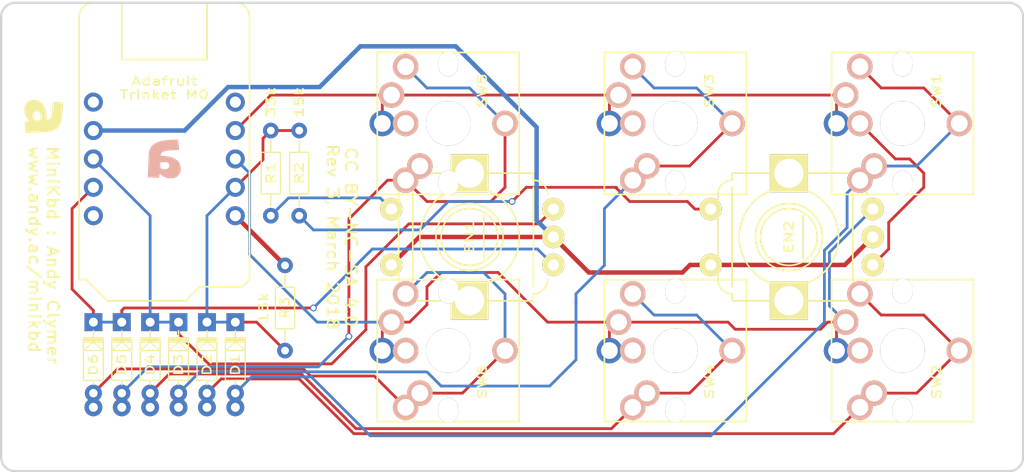
<source format=kicad_pcb>
(kicad_pcb (version 4) (host pcbnew 4.0.4-stable)

  (general
    (links 68)
    (no_connects 6)
    (area 55.747857 46.795 154.437143 91.735)
    (thickness 1.6)
    (drawings 17)
    (tracks 204)
    (zones 0)
    (modules 26)
    (nets 19)
  )

  (page A4)
  (layers
    (0 F.Cu signal)
    (31 B.Cu signal)
    (32 B.Adhes user)
    (33 F.Adhes user)
    (34 B.Paste user)
    (35 F.Paste user)
    (36 B.SilkS user)
    (37 F.SilkS user)
    (38 B.Mask user)
    (39 F.Mask user)
    (40 Dwgs.User user hide)
    (41 Cmts.User user)
    (42 Eco1.User user)
    (43 Eco2.User user hide)
    (44 Edge.Cuts user)
    (45 Margin user)
    (46 B.CrtYd user)
    (47 F.CrtYd user hide)
    (48 B.Fab user)
    (49 F.Fab user hide)
  )

  (setup
    (last_trace_width 0.25)
    (trace_clearance 0.2)
    (zone_clearance 0.508)
    (zone_45_only no)
    (trace_min 0.2)
    (segment_width 0.2)
    (edge_width 0.2)
    (via_size 0.6)
    (via_drill 0.4)
    (via_min_size 0.4)
    (via_min_drill 0.3)
    (uvia_size 0.3)
    (uvia_drill 0.1)
    (uvias_allowed no)
    (uvia_min_size 0.2)
    (uvia_min_drill 0.1)
    (pcb_text_width 0.3)
    (pcb_text_size 1.5 1.5)
    (mod_edge_width 0.15)
    (mod_text_size 1 1)
    (mod_text_width 0.15)
    (pad_size 1.524 1.524)
    (pad_drill 0.762)
    (pad_to_mask_clearance 0.2)
    (aux_axis_origin 0 0)
    (visible_elements FFFFEF7F)
    (pcbplotparams
      (layerselection 0x00030_80000001)
      (usegerberextensions false)
      (excludeedgelayer true)
      (linewidth 0.100000)
      (plotframeref false)
      (viasonmask false)
      (mode 1)
      (useauxorigin false)
      (hpglpennumber 1)
      (hpglpenspeed 20)
      (hpglpendiameter 15)
      (hpglpenoverlay 2)
      (psnegative false)
      (psa4output false)
      (plotreference true)
      (plotvalue true)
      (plotinvisibletext false)
      (padsonsilk false)
      (subtractmaskfromsilk false)
      (outputformat 1)
      (mirror false)
      (drillshape 1)
      (scaleselection 1)
      (outputdirectory ""))
  )

  (net 0 "")
  (net 1 R1)
  (net 2 "Net-(D1-Pad2)")
  (net 3 R2)
  (net 4 "Net-(D2-Pad2)")
  (net 5 R3)
  (net 6 "Net-(D3-Pad2)")
  (net 7 "Net-(D4-Pad2)")
  (net 8 "Net-(D5-Pad2)")
  (net 9 "Net-(D6-Pad2)")
  (net 10 "Net-(IC1-Pad1)")
  (net 11 GND)
  (net 12 "Net-(IC1-Pad5)")
  (net 13 +3V3)
  (net 14 "Net-(IC1-Pad10)")
  (net 15 "Net-(EN1-Pad5)")
  (net 16 "Net-(EN2-Pad5)")
  (net 17 C1)
  (net 18 C2)

  (net_class Default "This is the default net class."
    (clearance 0.2)
    (trace_width 0.25)
    (via_dia 0.6)
    (via_drill 0.4)
    (uvia_dia 0.3)
    (uvia_drill 0.1)
    (add_net C1)
    (add_net C2)
    (add_net "Net-(D1-Pad2)")
    (add_net "Net-(D2-Pad2)")
    (add_net "Net-(D3-Pad2)")
    (add_net "Net-(D4-Pad2)")
    (add_net "Net-(D5-Pad2)")
    (add_net "Net-(D6-Pad2)")
    (add_net "Net-(EN1-Pad5)")
    (add_net "Net-(EN2-Pad5)")
    (add_net "Net-(IC1-Pad1)")
    (add_net "Net-(IC1-Pad10)")
    (add_net "Net-(IC1-Pad5)")
    (add_net R1)
    (add_net R2)
    (add_net R3)
  )

  (net_class Power ""
    (clearance 0.3)
    (trace_width 0.4)
    (via_dia 0.6)
    (via_drill 0.4)
    (uvia_dia 0.3)
    (uvia_drill 0.1)
    (add_net +3V3)
    (add_net GND)
  )

  (module Resistors_ThroughHole:R_Axial_DIN0204_L3.6mm_D1.6mm_P7.62mm_Horizontal (layer F.Cu) (tedit 5ABB105E) (tstamp 5A120457)
    (at 85.725 59.69 270)
    (descr "Resistor, Axial_DIN0204 series, Axial, Horizontal, pin pitch=7.62mm, 0.16666666666666666W = 1/6W, length*diameter=3.6*1.6mm^2, http://cdn-reichelt.de/documents/datenblatt/B400/1_4W%23YAG.pdf")
    (tags "Resistor Axial_DIN0204 series Axial Horizontal pin pitch 7.62mm 0.16666666666666666W = 1/6W length 3.6mm diameter 1.6mm")
    (path /5A11F23C)
    (fp_text reference R1 (at 3.81 0 270) (layer F.SilkS)
      (effects (font (size 0.762 1.016) (thickness 0.1524)))
    )
    (fp_text value 33k (at -2.54 0 450) (layer F.SilkS)
      (effects (font (size 0.762 1.016) (thickness 0.1524)))
    )
    (fp_line (start 2.01 -0.8) (end 2.01 0.8) (layer F.Fab) (width 0.1))
    (fp_line (start 2.01 0.8) (end 5.61 0.8) (layer F.Fab) (width 0.1))
    (fp_line (start 5.61 0.8) (end 5.61 -0.8) (layer F.Fab) (width 0.1))
    (fp_line (start 5.61 -0.8) (end 2.01 -0.8) (layer F.Fab) (width 0.1))
    (fp_line (start 0 0) (end 2.01 0) (layer F.Fab) (width 0.1))
    (fp_line (start 7.62 0) (end 5.61 0) (layer F.Fab) (width 0.1))
    (fp_line (start 1.95 -0.86) (end 1.95 0.86) (layer F.SilkS) (width 0.12))
    (fp_line (start 1.95 0.86) (end 5.67 0.86) (layer F.SilkS) (width 0.12))
    (fp_line (start 5.67 0.86) (end 5.67 -0.86) (layer F.SilkS) (width 0.12))
    (fp_line (start 5.67 -0.86) (end 1.95 -0.86) (layer F.SilkS) (width 0.12))
    (fp_line (start 0.88 0) (end 1.95 0) (layer F.SilkS) (width 0.12))
    (fp_line (start 6.74 0) (end 5.67 0) (layer F.SilkS) (width 0.12))
    (fp_line (start -0.95 -1.15) (end -0.95 1.15) (layer F.CrtYd) (width 0.05))
    (fp_line (start -0.95 1.15) (end 8.6 1.15) (layer F.CrtYd) (width 0.05))
    (fp_line (start 8.6 1.15) (end 8.6 -1.15) (layer F.CrtYd) (width 0.05))
    (fp_line (start 8.6 -1.15) (end -0.95 -1.15) (layer F.CrtYd) (width 0.05))
    (pad 1 thru_hole circle (at 0 0 270) (size 1.4 1.4) (drill 0.7) (layers *.Cu *.Mask)
      (net 1 R1))
    (pad 2 thru_hole oval (at 7.62 0 270) (size 1.4 1.4) (drill 0.7) (layers *.Cu *.Mask)
      (net 15 "Net-(EN1-Pad5)"))
    (model ${KISYS3DMOD}/Resistors_THT.3dshapes/R_Axial_DIN0204_L3.6mm_D1.6mm_P7.62mm_Horizontal.wrl
      (at (xyz 0 0 0))
      (scale (xyz 0.393701 0.393701 0.393701))
      (rotate (xyz 0 0 0))
    )
  )

  (module Resistors_ThroughHole:R_Axial_DIN0204_L3.6mm_D1.6mm_P7.62mm_Horizontal (layer F.Cu) (tedit 5ABB106C) (tstamp 5A12045C)
    (at 88.265 59.69 270)
    (descr "Resistor, Axial_DIN0204 series, Axial, Horizontal, pin pitch=7.62mm, 0.16666666666666666W = 1/6W, length*diameter=3.6*1.6mm^2, http://cdn-reichelt.de/documents/datenblatt/B400/1_4W%23YAG.pdf")
    (tags "Resistor Axial_DIN0204 series Axial Horizontal pin pitch 7.62mm 0.16666666666666666W = 1/6W length 3.6mm diameter 1.6mm")
    (path /5A11F29C)
    (fp_text reference R2 (at 3.81 0 270) (layer F.SilkS)
      (effects (font (size 0.762 1.016) (thickness 0.1524)))
    )
    (fp_text value 15k (at -2.54 0 270) (layer F.SilkS)
      (effects (font (size 0.762 1.016) (thickness 0.1524)))
    )
    (fp_line (start 2.01 -0.8) (end 2.01 0.8) (layer F.Fab) (width 0.1))
    (fp_line (start 2.01 0.8) (end 5.61 0.8) (layer F.Fab) (width 0.1))
    (fp_line (start 5.61 0.8) (end 5.61 -0.8) (layer F.Fab) (width 0.1))
    (fp_line (start 5.61 -0.8) (end 2.01 -0.8) (layer F.Fab) (width 0.1))
    (fp_line (start 0 0) (end 2.01 0) (layer F.Fab) (width 0.1))
    (fp_line (start 7.62 0) (end 5.61 0) (layer F.Fab) (width 0.1))
    (fp_line (start 1.95 -0.86) (end 1.95 0.86) (layer F.SilkS) (width 0.12))
    (fp_line (start 1.95 0.86) (end 5.67 0.86) (layer F.SilkS) (width 0.12))
    (fp_line (start 5.67 0.86) (end 5.67 -0.86) (layer F.SilkS) (width 0.12))
    (fp_line (start 5.67 -0.86) (end 1.95 -0.86) (layer F.SilkS) (width 0.12))
    (fp_line (start 0.88 0) (end 1.95 0) (layer F.SilkS) (width 0.12))
    (fp_line (start 6.74 0) (end 5.67 0) (layer F.SilkS) (width 0.12))
    (fp_line (start -0.95 -1.15) (end -0.95 1.15) (layer F.CrtYd) (width 0.05))
    (fp_line (start -0.95 1.15) (end 8.6 1.15) (layer F.CrtYd) (width 0.05))
    (fp_line (start 8.6 1.15) (end 8.6 -1.15) (layer F.CrtYd) (width 0.05))
    (fp_line (start 8.6 -1.15) (end -0.95 -1.15) (layer F.CrtYd) (width 0.05))
    (pad 1 thru_hole circle (at 0 0 270) (size 1.4 1.4) (drill 0.7) (layers *.Cu *.Mask)
      (net 1 R1))
    (pad 2 thru_hole oval (at 7.62 0 270) (size 1.4 1.4) (drill 0.7) (layers *.Cu *.Mask)
      (net 16 "Net-(EN2-Pad5)"))
    (model ${KISYS3DMOD}/Resistors_THT.3dshapes/R_Axial_DIN0204_L3.6mm_D1.6mm_P7.62mm_Horizontal.wrl
      (at (xyz 0 0 0))
      (scale (xyz 0.393701 0.393701 0.393701))
      (rotate (xyz 0 0 0))
    )
  )

  (module Mounting_Holes:MountingHole_3.2mm_M3 (layer F.Cu) (tedit 5A138E25) (tstamp 5A127BFD)
    (at 86.995 52.07)
    (descr "Mounting Hole 3.2mm, no annular, M3")
    (tags "mounting hole 3.2mm no annular m3")
    (attr virtual)
    (fp_text reference REF** (at 0 -4.2) (layer F.Fab)
      (effects (font (size 1 1) (thickness 0.15)))
    )
    (fp_text value MountingHole_3.2mm_M3 (at 0 4.2) (layer F.Fab)
      (effects (font (size 1 1) (thickness 0.15)))
    )
    (fp_text user %R (at 0.3 0) (layer F.Fab)
      (effects (font (size 1 1) (thickness 0.15)))
    )
    (fp_circle (center 0 0) (end 3.2 0) (layer Cmts.User) (width 0.15))
    (fp_circle (center 0 0) (end 3.45 0) (layer F.CrtYd) (width 0.05))
    (pad 1 np_thru_hole circle (at 0 0) (size 3.2 3.2) (drill 3.2) (layers *.Cu *.Mask))
  )

  (module Mounting_Holes:MountingHole_3.2mm_M3 (layer F.Cu) (tedit 5A138E2C) (tstamp 5A127BFE)
    (at 65.405 86.36)
    (descr "Mounting Hole 3.2mm, no annular, M3")
    (tags "mounting hole 3.2mm no annular m3")
    (attr virtual)
    (fp_text reference REF** (at 0 -4.2) (layer F.Fab)
      (effects (font (size 1 1) (thickness 0.15)))
    )
    (fp_text value MountingHole_3.2mm_M3 (at 0 2.54) (layer F.Fab)
      (effects (font (size 1 1) (thickness 0.15)))
    )
    (fp_text user %R (at 0.3 0) (layer F.Fab)
      (effects (font (size 1 1) (thickness 0.15)))
    )
    (fp_circle (center 0 0) (end 3.2 0) (layer Cmts.User) (width 0.15))
    (fp_circle (center 0 0) (end 3.45 0) (layer F.CrtYd) (width 0.05))
    (pad 1 np_thru_hole circle (at 0 0) (size 3.2 3.2) (drill 3.2) (layers *.Cu *.Mask))
  )

  (module Mounting_Holes:MountingHole_3.2mm_M3 (layer F.Cu) (tedit 5A138E32) (tstamp 5A13AF29)
    (at 86.995 86.36)
    (descr "Mounting Hole 3.2mm, no annular, M3")
    (tags "mounting hole 3.2mm no annular m3")
    (attr virtual)
    (fp_text reference REF** (at 0 -4.2) (layer F.Fab)
      (effects (font (size 1 1) (thickness 0.15)))
    )
    (fp_text value MountingHole_3.2mm_M3 (at 0 4.2) (layer F.Fab)
      (effects (font (size 1 1) (thickness 0.15)))
    )
    (fp_text user %R (at 0.3 0) (layer F.Fab)
      (effects (font (size 1 1) (thickness 0.15)))
    )
    (fp_circle (center 0 0) (end 3.2 0) (layer Cmts.User) (width 0.15))
    (fp_circle (center 0 0) (end 3.45 0) (layer F.CrtYd) (width 0.05))
    (pad 1 np_thru_hole circle (at 0 0) (size 3.2 3.2) (drill 3.2) (layers *.Cu *.Mask))
  )

  (module Mounting_Holes:MountingHole_3.2mm_M3 (layer F.Cu) (tedit 5A138E20) (tstamp 5A13AF2A)
    (at 65.405 52.07)
    (descr "Mounting Hole 3.2mm, no annular, M3")
    (tags "mounting hole 3.2mm no annular m3")
    (attr virtual)
    (fp_text reference REF** (at 0 -4.2) (layer F.Fab)
      (effects (font (size 1 1) (thickness 0.15)))
    )
    (fp_text value MountingHole_3.2mm_M3 (at 0 4.2) (layer F.Fab)
      (effects (font (size 1 1) (thickness 0.15)))
    )
    (fp_text user %R (at 0.3 0) (layer F.Fab)
      (effects (font (size 1 1) (thickness 0.15)))
    )
    (fp_circle (center 0 0) (end 3.2 0) (layer Cmts.User) (width 0.15))
    (fp_circle (center 0 0) (end 3.45 0) (layer F.CrtYd) (width 0.05))
    (pad 1 np_thru_hole circle (at 0 0) (size 3.2 3.2) (drill 3.2) (layers *.Cu *.Mask))
  )

  (module Mounting_Holes:MountingHole_3.2mm_M3 (layer F.Cu) (tedit 5A138E46) (tstamp 5A13D28B)
    (at 144.78 69.215)
    (descr "Mounting Hole 3.2mm, no annular, M3")
    (tags "mounting hole 3.2mm no annular m3")
    (attr virtual)
    (fp_text reference REF** (at 0 -4.2) (layer F.Fab)
      (effects (font (size 1 1) (thickness 0.15)))
    )
    (fp_text value MountingHole_3.2mm_M3 (at 0 4.2) (layer F.Fab)
      (effects (font (size 1 1) (thickness 0.15)))
    )
    (fp_text user %R (at 0.3 0) (layer F.Fab)
      (effects (font (size 1 1) (thickness 0.15)))
    )
    (fp_circle (center 0 0) (end 3.2 0) (layer Cmts.User) (width 0.15))
    (fp_circle (center 0 0) (end 3.45 0) (layer F.CrtYd) (width 0.05))
    (pad 1 np_thru_hole circle (at 0 0) (size 3.2 3.2) (drill 3.2) (layers *.Cu *.Mask))
  )

  (module Mounting_Holes:MountingHole_3.2mm_M3 (layer F.Cu) (tedit 5A138E40) (tstamp 5A13D28C)
    (at 119.38 69.215)
    (descr "Mounting Hole 3.2mm, no annular, M3")
    (tags "mounting hole 3.2mm no annular m3")
    (attr virtual)
    (fp_text reference REF** (at 0 -4.2) (layer F.Fab)
      (effects (font (size 1 1) (thickness 0.15)))
    )
    (fp_text value MountingHole_3.2mm_M3 (at 0 4.2) (layer F.Fab)
      (effects (font (size 1 1) (thickness 0.15)))
    )
    (fp_text user %R (at 0.3 0) (layer F.Fab)
      (effects (font (size 1 1) (thickness 0.15)))
    )
    (fp_circle (center 0 0) (end 3.2 0) (layer Cmts.User) (width 0.15))
    (fp_circle (center 0 0) (end 3.45 0) (layer F.CrtYd) (width 0.05))
    (pad 1 np_thru_hole circle (at 0 0) (size 3.2 3.2) (drill 3.2) (layers *.Cu *.Mask))
  )

  (module Trinket:Trinket_3v3 (layer F.Cu) (tedit 5A120419) (tstamp 5A2C7E95)
    (at 76.2 48.26)
    (path /5A11D87D)
    (fp_text reference IC1 (at 0 1.27) (layer F.Fab)
      (effects (font (size 1 1) (thickness 0.15)))
    )
    (fp_text value Trinket3v3 (at 0 6.985) (layer F.Fab)
      (effects (font (size 1 1) (thickness 0.15)))
    )
    (fp_line (start -6.985 24.765) (end -7.62 24.765) (layer F.SilkS) (width 0.15))
    (fp_line (start 7.62 24.765) (end 7.62 1.27) (layer F.SilkS) (width 0.15))
    (fp_line (start -5.08 26.67) (end -6.985 24.765) (layer F.SilkS) (width 0.15))
    (fp_line (start 1.905 26.67) (end -5.08 26.67) (layer F.SilkS) (width 0.15))
    (fp_line (start 3.175 25.4) (end 1.905 26.67) (layer F.SilkS) (width 0.15))
    (fp_line (start 4.445 25.4) (end 3.175 25.4) (layer F.SilkS) (width 0.15))
    (fp_line (start 6.985 25.4) (end 4.445 25.4) (layer F.SilkS) (width 0.15))
    (fp_line (start 7.62 24.765) (end 6.985 25.4) (layer F.SilkS) (width 0.15))
    (fp_circle (center -1.5 14.224) (end -3 14.224) (layer Dwgs.User) (width 0.15))
    (fp_line (start -0.254 15.494) (end -0.254 12.954) (layer Dwgs.User) (width 0.15))
    (fp_line (start -2.794 15.494) (end -0.254 15.494) (layer Dwgs.User) (width 0.15))
    (fp_line (start -2.794 12.954) (end -2.794 15.494) (layer Dwgs.User) (width 0.15))
    (fp_line (start -0.254 12.954) (end -2.794 12.954) (layer Dwgs.User) (width 0.15))
    (fp_line (start -6.35 0) (end 6.35 0) (layer F.SilkS) (width 0.15))
    (fp_line (start -7.62 24.765) (end -7.62 1.27) (layer F.SilkS) (width 0.15))
    (fp_arc (start 6.35 1.27) (end 6.35 0) (angle 90) (layer F.SilkS) (width 0.15))
    (fp_arc (start -6.35 1.27) (end -7.62 1.27) (angle 90) (layer F.SilkS) (width 0.15))
    (fp_line (start 3.81 5.08) (end 3.81 0) (layer F.SilkS) (width 0.15))
    (fp_line (start -3.81 5.08) (end 3.81 5.08) (layer F.SilkS) (width 0.15))
    (fp_line (start -3.81 0) (end -3.81 5.08) (layer F.SilkS) (width 0.15))
    (pad 1 thru_hole circle (at -6.35 8.89) (size 1.7 1.7) (drill 1) (layers *.Cu *.Mask)
      (net 10 "Net-(IC1-Pad1)"))
    (pad 2 thru_hole circle (at -6.35 11.43) (size 1.7 1.7) (drill 1) (layers *.Cu *.Mask)
      (net 11 GND))
    (pad 3 thru_hole circle (at -6.35 13.97) (size 1.7 1.7) (drill 1) (layers *.Cu *.Mask)
      (net 3 R2))
    (pad 4 thru_hole circle (at -6.35 16.51) (size 1.7 1.7) (drill 1) (layers *.Cu *.Mask)
      (net 5 R3))
    (pad 5 thru_hole circle (at -6.35 19.05) (size 1.7 1.7) (drill 1) (layers *.Cu *.Mask)
      (net 12 "Net-(IC1-Pad5)"))
    (pad 6 thru_hole circle (at 6.35 19.05) (size 1.7 1.7) (drill 1) (layers *.Cu *.Mask)
      (net 13 +3V3))
    (pad 7 thru_hole circle (at 6.35 16.51) (size 1.7 1.7) (drill 1) (layers *.Cu *.Mask)
      (net 1 R1))
    (pad 8 thru_hole circle (at 6.35 13.97) (size 1.7 1.7) (drill 1) (layers *.Cu *.Mask)
      (net 18 C2))
    (pad 9 thru_hole circle (at 6.35 11.43) (size 1.7 1.7) (drill 1) (layers *.Cu *.Mask)
      (net 17 C1))
    (pad 10 thru_hole circle (at 6.35 8.89) (size 1.7 1.7) (drill 1) (layers *.Cu *.Mask)
      (net 14 "Net-(IC1-Pad10)"))
  )

  (module Resistors_ThroughHole:R_Axial_DIN0204_L3.6mm_D1.6mm_P7.62mm_Horizontal (layer F.Cu) (tedit 5ABB107B) (tstamp 5A2CC7AB)
    (at 86.995 71.755 270)
    (descr "Resistor, Axial_DIN0204 series, Axial, Horizontal, pin pitch=7.62mm, 0.16666666666666666W = 1/6W, length*diameter=3.6*1.6mm^2, http://cdn-reichelt.de/documents/datenblatt/B400/1_4W%23YAG.pdf")
    (tags "Resistor Axial_DIN0204 series Axial Horizontal pin pitch 7.62mm 0.16666666666666666W = 1/6W length 3.6mm diameter 1.6mm")
    (path /5A2C6F78)
    (fp_text reference R3 (at 3.81 0 270) (layer F.SilkS)
      (effects (font (size 0.762 1.016) (thickness 0.1524)))
    )
    (fp_text value 15k (at 3.81 1.905 270) (layer F.SilkS)
      (effects (font (size 0.762 1.016) (thickness 0.1524)))
    )
    (fp_line (start 2.01 -0.8) (end 2.01 0.8) (layer F.Fab) (width 0.1))
    (fp_line (start 2.01 0.8) (end 5.61 0.8) (layer F.Fab) (width 0.1))
    (fp_line (start 5.61 0.8) (end 5.61 -0.8) (layer F.Fab) (width 0.1))
    (fp_line (start 5.61 -0.8) (end 2.01 -0.8) (layer F.Fab) (width 0.1))
    (fp_line (start 0 0) (end 2.01 0) (layer F.Fab) (width 0.1))
    (fp_line (start 7.62 0) (end 5.61 0) (layer F.Fab) (width 0.1))
    (fp_line (start 1.95 -0.86) (end 1.95 0.86) (layer F.SilkS) (width 0.12))
    (fp_line (start 1.95 0.86) (end 5.67 0.86) (layer F.SilkS) (width 0.12))
    (fp_line (start 5.67 0.86) (end 5.67 -0.86) (layer F.SilkS) (width 0.12))
    (fp_line (start 5.67 -0.86) (end 1.95 -0.86) (layer F.SilkS) (width 0.12))
    (fp_line (start 0.88 0) (end 1.95 0) (layer F.SilkS) (width 0.12))
    (fp_line (start 6.74 0) (end 5.67 0) (layer F.SilkS) (width 0.12))
    (fp_line (start -0.95 -1.15) (end -0.95 1.15) (layer F.CrtYd) (width 0.05))
    (fp_line (start -0.95 1.15) (end 8.6 1.15) (layer F.CrtYd) (width 0.05))
    (fp_line (start 8.6 1.15) (end 8.6 -1.15) (layer F.CrtYd) (width 0.05))
    (fp_line (start 8.6 -1.15) (end -0.95 -1.15) (layer F.CrtYd) (width 0.05))
    (pad 1 thru_hole circle (at 0 0 270) (size 1.4 1.4) (drill 0.7) (layers *.Cu *.Mask)
      (net 13 +3V3))
    (pad 2 thru_hole oval (at 7.62 0 270) (size 1.4 1.4) (drill 0.7) (layers *.Cu *.Mask)
      (net 1 R1))
    (model ${KISYS3DMOD}/Resistors_THT.3dshapes/R_Axial_DIN0204_L3.6mm_D1.6mm_P7.62mm_Horizontal.wrl
      (at (xyz 0 0 0))
      (scale (xyz 0.393701 0.393701 0.393701))
      (rotate (xyz 0 0 0))
    )
  )

  (module Misc:Diode_SmallDualSize (layer F.Cu) (tedit 5A2CC86F) (tstamp 5A2CC79D)
    (at 69.85 76.835 270)
    (descr "D, DO-35_SOD27 series, Axial, Horizontal, pin pitch=7.62mm, , length*diameter=4*2mm^2, , http://www.diodes.com/_files/packages/DO-35.pdf")
    (tags "D DO-35_SOD27 series Axial Horizontal pin pitch 7.62mm  length 4mm diameter 2mm")
    (path /5A11DB86)
    (fp_text reference D6 (at 3.81 0 270) (layer F.SilkS)
      (effects (font (size 0.762 1.016) (thickness 0.1524)))
    )
    (fp_text value D (at 3.81 2.06 270) (layer F.Fab)
      (effects (font (size 1 1) (thickness 0.15)))
    )
    (fp_line (start 5.207 0) (end 5.588 0) (layer F.SilkS) (width 0.12))
    (fp_line (start 1.397 0) (end 0.762 0) (layer F.SilkS) (width 0.12))
    (fp_line (start 1.651 -0.762) (end 1.524 -0.762) (layer F.SilkS) (width 0.12))
    (fp_line (start 1.651 0.762) (end 1.651 -0.762) (layer F.SilkS) (width 0.254))
    (fp_line (start 1.524 0.762) (end 1.651 0.762) (layer F.SilkS) (width 0.12))
    (fp_line (start 1.524 -0.762) (end 1.524 0.762) (layer F.SilkS) (width 0.254))
    (fp_line (start 2.54 -0.889) (end 1.778 0) (layer F.SilkS) (width 0.12))
    (fp_line (start 2.54 0.889) (end 2.54 -0.889) (layer F.SilkS) (width 0.12))
    (fp_line (start 1.778 0) (end 2.54 0.889) (layer F.SilkS) (width 0.12))
    (fp_line (start 1.778 -0.889) (end 1.778 0.889) (layer F.SilkS) (width 0.12))
    (fp_line (start 5.207 0.889) (end 1.397 0.889) (layer F.SilkS) (width 0.12))
    (fp_line (start 5.207 -0.889) (end 5.207 0.889) (layer F.SilkS) (width 0.12))
    (fp_line (start 1.397 -0.889) (end 5.207 -0.889) (layer F.SilkS) (width 0.12))
    (fp_line (start 1.397 0.889) (end 1.397 -0.889) (layer F.SilkS) (width 0.12))
    (fp_line (start -1.05 -1.35) (end -1.05 1.35) (layer F.CrtYd) (width 0.05))
    (fp_line (start -1.05 1.35) (end 8.7 1.35) (layer F.CrtYd) (width 0.05))
    (fp_line (start 8.7 1.35) (end 8.7 -1.35) (layer F.CrtYd) (width 0.05))
    (fp_line (start 8.7 -1.35) (end -1.05 -1.35) (layer F.CrtYd) (width 0.05))
    (pad 1 thru_hole rect (at 0 0 270) (size 1.6 1.6) (drill 0.8) (layers *.Cu *.Mask)
      (net 5 R3))
    (pad 2 thru_hole oval (at 7.62 0 270) (size 1.6 1.6) (drill 0.8) (layers *.Cu *.Mask)
      (net 9 "Net-(D6-Pad2)"))
    (pad 2 thru_hole circle (at 6.35 0 270) (size 1.524 1.524) (drill 0.762) (layers *.Cu *.Mask)
      (net 9 "Net-(D6-Pad2)"))
    (model ${KISYS3DMOD}/Diodes_THT.3dshapes/D_DO-35_SOD27_P7.62mm_Horizontal.wrl
      (at (xyz 0 0 0))
      (scale (xyz 0.393701 0.393701 0.393701))
      (rotate (xyz 0 0 0))
    )
  )

  (module Misc:Diode_SmallDualSize (layer F.Cu) (tedit 5A2CC86F) (tstamp 5A2CC794)
    (at 72.39 76.835 270)
    (descr "D, DO-35_SOD27 series, Axial, Horizontal, pin pitch=7.62mm, , length*diameter=4*2mm^2, , http://www.diodes.com/_files/packages/DO-35.pdf")
    (tags "D DO-35_SOD27 series Axial Horizontal pin pitch 7.62mm  length 4mm diameter 2mm")
    (path /5A11DB40)
    (fp_text reference D5 (at 3.81 0 270) (layer F.SilkS)
      (effects (font (size 0.762 1.016) (thickness 0.1524)))
    )
    (fp_text value D (at 3.81 2.06 270) (layer F.Fab)
      (effects (font (size 1 1) (thickness 0.15)))
    )
    (fp_line (start 5.207 0) (end 5.588 0) (layer F.SilkS) (width 0.12))
    (fp_line (start 1.397 0) (end 0.762 0) (layer F.SilkS) (width 0.12))
    (fp_line (start 1.651 -0.762) (end 1.524 -0.762) (layer F.SilkS) (width 0.12))
    (fp_line (start 1.651 0.762) (end 1.651 -0.762) (layer F.SilkS) (width 0.254))
    (fp_line (start 1.524 0.762) (end 1.651 0.762) (layer F.SilkS) (width 0.12))
    (fp_line (start 1.524 -0.762) (end 1.524 0.762) (layer F.SilkS) (width 0.254))
    (fp_line (start 2.54 -0.889) (end 1.778 0) (layer F.SilkS) (width 0.12))
    (fp_line (start 2.54 0.889) (end 2.54 -0.889) (layer F.SilkS) (width 0.12))
    (fp_line (start 1.778 0) (end 2.54 0.889) (layer F.SilkS) (width 0.12))
    (fp_line (start 1.778 -0.889) (end 1.778 0.889) (layer F.SilkS) (width 0.12))
    (fp_line (start 5.207 0.889) (end 1.397 0.889) (layer F.SilkS) (width 0.12))
    (fp_line (start 5.207 -0.889) (end 5.207 0.889) (layer F.SilkS) (width 0.12))
    (fp_line (start 1.397 -0.889) (end 5.207 -0.889) (layer F.SilkS) (width 0.12))
    (fp_line (start 1.397 0.889) (end 1.397 -0.889) (layer F.SilkS) (width 0.12))
    (fp_line (start -1.05 -1.35) (end -1.05 1.35) (layer F.CrtYd) (width 0.05))
    (fp_line (start -1.05 1.35) (end 8.7 1.35) (layer F.CrtYd) (width 0.05))
    (fp_line (start 8.7 1.35) (end 8.7 -1.35) (layer F.CrtYd) (width 0.05))
    (fp_line (start 8.7 -1.35) (end -1.05 -1.35) (layer F.CrtYd) (width 0.05))
    (pad 1 thru_hole rect (at 0 0 270) (size 1.6 1.6) (drill 0.8) (layers *.Cu *.Mask)
      (net 5 R3))
    (pad 2 thru_hole oval (at 7.62 0 270) (size 1.6 1.6) (drill 0.8) (layers *.Cu *.Mask)
      (net 8 "Net-(D5-Pad2)"))
    (pad 2 thru_hole circle (at 6.35 0 270) (size 1.524 1.524) (drill 0.762) (layers *.Cu *.Mask)
      (net 8 "Net-(D5-Pad2)"))
    (model ${KISYS3DMOD}/Diodes_THT.3dshapes/D_DO-35_SOD27_P7.62mm_Horizontal.wrl
      (at (xyz 0 0 0))
      (scale (xyz 0.393701 0.393701 0.393701))
      (rotate (xyz 0 0 0))
    )
  )

  (module Misc:Diode_SmallDualSize (layer F.Cu) (tedit 5A2CC86F) (tstamp 5A2CC78B)
    (at 74.93 76.835 270)
    (descr "D, DO-35_SOD27 series, Axial, Horizontal, pin pitch=7.62mm, , length*diameter=4*2mm^2, , http://www.diodes.com/_files/packages/DO-35.pdf")
    (tags "D DO-35_SOD27 series Axial Horizontal pin pitch 7.62mm  length 4mm diameter 2mm")
    (path /5A11DAFC)
    (fp_text reference D4 (at 3.81 0 270) (layer F.SilkS)
      (effects (font (size 0.762 1.016) (thickness 0.1524)))
    )
    (fp_text value D (at 3.81 2.06 270) (layer F.Fab)
      (effects (font (size 1 1) (thickness 0.15)))
    )
    (fp_line (start 5.207 0) (end 5.588 0) (layer F.SilkS) (width 0.12))
    (fp_line (start 1.397 0) (end 0.762 0) (layer F.SilkS) (width 0.12))
    (fp_line (start 1.651 -0.762) (end 1.524 -0.762) (layer F.SilkS) (width 0.12))
    (fp_line (start 1.651 0.762) (end 1.651 -0.762) (layer F.SilkS) (width 0.254))
    (fp_line (start 1.524 0.762) (end 1.651 0.762) (layer F.SilkS) (width 0.12))
    (fp_line (start 1.524 -0.762) (end 1.524 0.762) (layer F.SilkS) (width 0.254))
    (fp_line (start 2.54 -0.889) (end 1.778 0) (layer F.SilkS) (width 0.12))
    (fp_line (start 2.54 0.889) (end 2.54 -0.889) (layer F.SilkS) (width 0.12))
    (fp_line (start 1.778 0) (end 2.54 0.889) (layer F.SilkS) (width 0.12))
    (fp_line (start 1.778 -0.889) (end 1.778 0.889) (layer F.SilkS) (width 0.12))
    (fp_line (start 5.207 0.889) (end 1.397 0.889) (layer F.SilkS) (width 0.12))
    (fp_line (start 5.207 -0.889) (end 5.207 0.889) (layer F.SilkS) (width 0.12))
    (fp_line (start 1.397 -0.889) (end 5.207 -0.889) (layer F.SilkS) (width 0.12))
    (fp_line (start 1.397 0.889) (end 1.397 -0.889) (layer F.SilkS) (width 0.12))
    (fp_line (start -1.05 -1.35) (end -1.05 1.35) (layer F.CrtYd) (width 0.05))
    (fp_line (start -1.05 1.35) (end 8.7 1.35) (layer F.CrtYd) (width 0.05))
    (fp_line (start 8.7 1.35) (end 8.7 -1.35) (layer F.CrtYd) (width 0.05))
    (fp_line (start 8.7 -1.35) (end -1.05 -1.35) (layer F.CrtYd) (width 0.05))
    (pad 1 thru_hole rect (at 0 0 270) (size 1.6 1.6) (drill 0.8) (layers *.Cu *.Mask)
      (net 3 R2))
    (pad 2 thru_hole oval (at 7.62 0 270) (size 1.6 1.6) (drill 0.8) (layers *.Cu *.Mask)
      (net 7 "Net-(D4-Pad2)"))
    (pad 2 thru_hole circle (at 6.35 0 270) (size 1.524 1.524) (drill 0.762) (layers *.Cu *.Mask)
      (net 7 "Net-(D4-Pad2)"))
    (model ${KISYS3DMOD}/Diodes_THT.3dshapes/D_DO-35_SOD27_P7.62mm_Horizontal.wrl
      (at (xyz 0 0 0))
      (scale (xyz 0.393701 0.393701 0.393701))
      (rotate (xyz 0 0 0))
    )
  )

  (module Misc:Diode_SmallDualSize (layer F.Cu) (tedit 5A2CC86F) (tstamp 5A2CC782)
    (at 77.47 76.835 270)
    (descr "D, DO-35_SOD27 series, Axial, Horizontal, pin pitch=7.62mm, , length*diameter=4*2mm^2, , http://www.diodes.com/_files/packages/DO-35.pdf")
    (tags "D DO-35_SOD27 series Axial Horizontal pin pitch 7.62mm  length 4mm diameter 2mm")
    (path /5A11DAB8)
    (fp_text reference D3 (at 3.81 0 270) (layer F.SilkS)
      (effects (font (size 0.762 1.016) (thickness 0.1524)))
    )
    (fp_text value D (at 3.81 2.06 270) (layer F.Fab)
      (effects (font (size 1 1) (thickness 0.15)))
    )
    (fp_line (start 5.207 0) (end 5.588 0) (layer F.SilkS) (width 0.12))
    (fp_line (start 1.397 0) (end 0.762 0) (layer F.SilkS) (width 0.12))
    (fp_line (start 1.651 -0.762) (end 1.524 -0.762) (layer F.SilkS) (width 0.12))
    (fp_line (start 1.651 0.762) (end 1.651 -0.762) (layer F.SilkS) (width 0.254))
    (fp_line (start 1.524 0.762) (end 1.651 0.762) (layer F.SilkS) (width 0.12))
    (fp_line (start 1.524 -0.762) (end 1.524 0.762) (layer F.SilkS) (width 0.254))
    (fp_line (start 2.54 -0.889) (end 1.778 0) (layer F.SilkS) (width 0.12))
    (fp_line (start 2.54 0.889) (end 2.54 -0.889) (layer F.SilkS) (width 0.12))
    (fp_line (start 1.778 0) (end 2.54 0.889) (layer F.SilkS) (width 0.12))
    (fp_line (start 1.778 -0.889) (end 1.778 0.889) (layer F.SilkS) (width 0.12))
    (fp_line (start 5.207 0.889) (end 1.397 0.889) (layer F.SilkS) (width 0.12))
    (fp_line (start 5.207 -0.889) (end 5.207 0.889) (layer F.SilkS) (width 0.12))
    (fp_line (start 1.397 -0.889) (end 5.207 -0.889) (layer F.SilkS) (width 0.12))
    (fp_line (start 1.397 0.889) (end 1.397 -0.889) (layer F.SilkS) (width 0.12))
    (fp_line (start -1.05 -1.35) (end -1.05 1.35) (layer F.CrtYd) (width 0.05))
    (fp_line (start -1.05 1.35) (end 8.7 1.35) (layer F.CrtYd) (width 0.05))
    (fp_line (start 8.7 1.35) (end 8.7 -1.35) (layer F.CrtYd) (width 0.05))
    (fp_line (start 8.7 -1.35) (end -1.05 -1.35) (layer F.CrtYd) (width 0.05))
    (pad 1 thru_hole rect (at 0 0 270) (size 1.6 1.6) (drill 0.8) (layers *.Cu *.Mask)
      (net 3 R2))
    (pad 2 thru_hole oval (at 7.62 0 270) (size 1.6 1.6) (drill 0.8) (layers *.Cu *.Mask)
      (net 6 "Net-(D3-Pad2)"))
    (pad 2 thru_hole circle (at 6.35 0 270) (size 1.524 1.524) (drill 0.762) (layers *.Cu *.Mask)
      (net 6 "Net-(D3-Pad2)"))
    (model ${KISYS3DMOD}/Diodes_THT.3dshapes/D_DO-35_SOD27_P7.62mm_Horizontal.wrl
      (at (xyz 0 0 0))
      (scale (xyz 0.393701 0.393701 0.393701))
      (rotate (xyz 0 0 0))
    )
  )

  (module Misc:Diode_SmallDualSize (layer F.Cu) (tedit 5A2CC86F) (tstamp 5A2CC779)
    (at 80.01 76.835 270)
    (descr "D, DO-35_SOD27 series, Axial, Horizontal, pin pitch=7.62mm, , length*diameter=4*2mm^2, , http://www.diodes.com/_files/packages/DO-35.pdf")
    (tags "D DO-35_SOD27 series Axial Horizontal pin pitch 7.62mm  length 4mm diameter 2mm")
    (path /5A11DA7C)
    (fp_text reference D2 (at 3.81 0 270) (layer F.SilkS)
      (effects (font (size 0.762 1.016) (thickness 0.1524)))
    )
    (fp_text value D (at 3.81 2.06 270) (layer F.Fab)
      (effects (font (size 1 1) (thickness 0.15)))
    )
    (fp_line (start 5.207 0) (end 5.588 0) (layer F.SilkS) (width 0.12))
    (fp_line (start 1.397 0) (end 0.762 0) (layer F.SilkS) (width 0.12))
    (fp_line (start 1.651 -0.762) (end 1.524 -0.762) (layer F.SilkS) (width 0.12))
    (fp_line (start 1.651 0.762) (end 1.651 -0.762) (layer F.SilkS) (width 0.254))
    (fp_line (start 1.524 0.762) (end 1.651 0.762) (layer F.SilkS) (width 0.12))
    (fp_line (start 1.524 -0.762) (end 1.524 0.762) (layer F.SilkS) (width 0.254))
    (fp_line (start 2.54 -0.889) (end 1.778 0) (layer F.SilkS) (width 0.12))
    (fp_line (start 2.54 0.889) (end 2.54 -0.889) (layer F.SilkS) (width 0.12))
    (fp_line (start 1.778 0) (end 2.54 0.889) (layer F.SilkS) (width 0.12))
    (fp_line (start 1.778 -0.889) (end 1.778 0.889) (layer F.SilkS) (width 0.12))
    (fp_line (start 5.207 0.889) (end 1.397 0.889) (layer F.SilkS) (width 0.12))
    (fp_line (start 5.207 -0.889) (end 5.207 0.889) (layer F.SilkS) (width 0.12))
    (fp_line (start 1.397 -0.889) (end 5.207 -0.889) (layer F.SilkS) (width 0.12))
    (fp_line (start 1.397 0.889) (end 1.397 -0.889) (layer F.SilkS) (width 0.12))
    (fp_line (start -1.05 -1.35) (end -1.05 1.35) (layer F.CrtYd) (width 0.05))
    (fp_line (start -1.05 1.35) (end 8.7 1.35) (layer F.CrtYd) (width 0.05))
    (fp_line (start 8.7 1.35) (end 8.7 -1.35) (layer F.CrtYd) (width 0.05))
    (fp_line (start 8.7 -1.35) (end -1.05 -1.35) (layer F.CrtYd) (width 0.05))
    (pad 1 thru_hole rect (at 0 0 270) (size 1.6 1.6) (drill 0.8) (layers *.Cu *.Mask)
      (net 1 R1))
    (pad 2 thru_hole oval (at 7.62 0 270) (size 1.6 1.6) (drill 0.8) (layers *.Cu *.Mask)
      (net 4 "Net-(D2-Pad2)"))
    (pad 2 thru_hole circle (at 6.35 0 270) (size 1.524 1.524) (drill 0.762) (layers *.Cu *.Mask)
      (net 4 "Net-(D2-Pad2)"))
    (model ${KISYS3DMOD}/Diodes_THT.3dshapes/D_DO-35_SOD27_P7.62mm_Horizontal.wrl
      (at (xyz 0 0 0))
      (scale (xyz 0.393701 0.393701 0.393701))
      (rotate (xyz 0 0 0))
    )
  )

  (module Misc:Diode_SmallDualSize (layer F.Cu) (tedit 5A2CC86F) (tstamp 5A2CC770)
    (at 82.55 76.835 270)
    (descr "D, DO-35_SOD27 series, Axial, Horizontal, pin pitch=7.62mm, , length*diameter=4*2mm^2, , http://www.diodes.com/_files/packages/DO-35.pdf")
    (tags "D DO-35_SOD27 series Axial Horizontal pin pitch 7.62mm  length 4mm diameter 2mm")
    (path /5A11DA31)
    (fp_text reference D1 (at 3.81 0 270) (layer F.SilkS)
      (effects (font (size 0.762 1.016) (thickness 0.1524)))
    )
    (fp_text value D (at 3.81 2.06 270) (layer F.Fab)
      (effects (font (size 1 1) (thickness 0.15)))
    )
    (fp_line (start 5.207 0) (end 5.588 0) (layer F.SilkS) (width 0.12))
    (fp_line (start 1.397 0) (end 0.762 0) (layer F.SilkS) (width 0.12))
    (fp_line (start 1.651 -0.762) (end 1.524 -0.762) (layer F.SilkS) (width 0.12))
    (fp_line (start 1.651 0.762) (end 1.651 -0.762) (layer F.SilkS) (width 0.254))
    (fp_line (start 1.524 0.762) (end 1.651 0.762) (layer F.SilkS) (width 0.12))
    (fp_line (start 1.524 -0.762) (end 1.524 0.762) (layer F.SilkS) (width 0.254))
    (fp_line (start 2.54 -0.889) (end 1.778 0) (layer F.SilkS) (width 0.12))
    (fp_line (start 2.54 0.889) (end 2.54 -0.889) (layer F.SilkS) (width 0.12))
    (fp_line (start 1.778 0) (end 2.54 0.889) (layer F.SilkS) (width 0.12))
    (fp_line (start 1.778 -0.889) (end 1.778 0.889) (layer F.SilkS) (width 0.12))
    (fp_line (start 5.207 0.889) (end 1.397 0.889) (layer F.SilkS) (width 0.12))
    (fp_line (start 5.207 -0.889) (end 5.207 0.889) (layer F.SilkS) (width 0.12))
    (fp_line (start 1.397 -0.889) (end 5.207 -0.889) (layer F.SilkS) (width 0.12))
    (fp_line (start 1.397 0.889) (end 1.397 -0.889) (layer F.SilkS) (width 0.12))
    (fp_line (start -1.05 -1.35) (end -1.05 1.35) (layer F.CrtYd) (width 0.05))
    (fp_line (start -1.05 1.35) (end 8.7 1.35) (layer F.CrtYd) (width 0.05))
    (fp_line (start 8.7 1.35) (end 8.7 -1.35) (layer F.CrtYd) (width 0.05))
    (fp_line (start 8.7 -1.35) (end -1.05 -1.35) (layer F.CrtYd) (width 0.05))
    (pad 1 thru_hole rect (at 0 0 270) (size 1.6 1.6) (drill 0.8) (layers *.Cu *.Mask)
      (net 1 R1))
    (pad 2 thru_hole oval (at 7.62 0 270) (size 1.6 1.6) (drill 0.8) (layers *.Cu *.Mask)
      (net 2 "Net-(D1-Pad2)"))
    (pad 2 thru_hole circle (at 6.35 0 270) (size 1.524 1.524) (drill 0.762) (layers *.Cu *.Mask)
      (net 2 "Net-(D1-Pad2)"))
    (model ${KISYS3DMOD}/Diodes_THT.3dshapes/D_DO-35_SOD27_P7.62mm_Horizontal.wrl
      (at (xyz 0 0 0))
      (scale (xyz 0.393701 0.393701 0.393701))
      (rotate (xyz 0 0 0))
    )
  )

  (module Keyboard:CHERRY_MXML_KAILH_PCB_100H (layer F.Cu) (tedit 5AC01573) (tstamp 5A2CC7E0)
    (at 101.6 59.055 90)
    (path /5A11D94A)
    (fp_text reference SW5 (at 2.921 3.048 90) (layer F.SilkS)
      (effects (font (size 0.762 1.016) (thickness 0.1524)))
    )
    (fp_text value SPST (at 3.556 3.048 90) (layer F.SilkS) hide
      (effects (font (size 0.889 1.143) (thickness 0.2032)))
    )
    (fp_line (start 6.35 6.35) (end 6.35 -6.35) (layer F.SilkS) (width 0.15))
    (fp_line (start -6.35 6.35) (end 6.35 6.35) (layer F.SilkS) (width 0.15))
    (fp_line (start -6.35 -6.35) (end -6.35 6.35) (layer F.SilkS) (width 0.15))
    (fp_line (start 6.35 -6.35) (end -6.35 -6.35) (layer F.SilkS) (width 0.15))
    (fp_text user 1.00u (at -5.715 8.255 90) (layer Dwgs.User)
      (effects (font (thickness 0.3048)))
    )
    (fp_line (start -6.35 -6.35) (end 6.35 -6.35) (layer Cmts.User) (width 0.1524))
    (fp_line (start 6.35 -6.35) (end 6.35 6.35) (layer Cmts.User) (width 0.1524))
    (fp_line (start 6.35 6.35) (end -6.35 6.35) (layer Cmts.User) (width 0.1524))
    (fp_line (start -6.35 6.35) (end -6.35 -6.35) (layer Cmts.User) (width 0.1524))
    (fp_line (start -9.398 -9.398) (end 9.398 -9.398) (layer Dwgs.User) (width 0.1524))
    (fp_line (start 9.398 -9.398) (end 9.398 9.398) (layer Dwgs.User) (width 0.1524))
    (fp_line (start 9.398 9.398) (end -9.398 9.398) (layer Dwgs.User) (width 0.1524))
    (fp_line (start -9.398 9.398) (end -9.398 -9.398) (layer Dwgs.User) (width 0.1524))
    (fp_line (start -6.985 -6.985) (end 6.985 -6.985) (layer Eco2.User) (width 0.1524))
    (fp_line (start 6.985 -6.985) (end 6.985 6.985) (layer Eco2.User) (width 0.1524))
    (fp_line (start 6.985 6.985) (end -6.985 6.985) (layer Eco2.User) (width 0.1524))
    (fp_line (start -6.985 6.985) (end -6.985 -6.985) (layer Eco2.User) (width 0.1524))
    (pad 1 thru_hole circle (at 2.54 -5.08 90) (size 2.286 2.286) (drill 1.4986) (layers *.Cu *.SilkS *.Mask)
      (net 17 C1))
    (pad 2 thru_hole circle (at -3.81 -2.54 90) (size 2.286 2.286) (drill 1.4986) (layers *.Cu *.SilkS *.Mask)
      (net 8 "Net-(D5-Pad2)"))
    (pad HOLE thru_hole circle (at 0 0 90) (size 3.9878 3.9878) (drill 3.9878) (layers *.Cu *.Mask))
    (pad HOLE thru_hole circle (at -5.08 0 90) (size 1.7272 1.7272) (drill 1.7272) (layers *.Cu *.Mask))
    (pad HOLE thru_hole circle (at 5.08 0 90) (size 1.7272 1.7272) (drill 1.7272) (layers *.Cu *.Mask))
    (pad 2 thru_hole circle (at -5.08 -3.81 90) (size 2.286 2.286) (drill 1.4986) (layers *.Cu *.SilkS *.Mask)
      (net 8 "Net-(D5-Pad2)"))
    (pad 1 thru_hole circle (at 0 -3.81 90) (size 2.286 2.286) (drill 1.4986) (layers *.Cu *.SilkS *.Mask)
      (net 17 C1))
    (pad 2 thru_hole circle (at 5.08 -3.81 90) (size 2.286 2.286) (drill 1.4986) (layers *.Cu *.SilkS *.Mask)
      (net 8 "Net-(D5-Pad2)"))
    (pad 2 thru_hole circle (at 0 5.08 90) (size 2.286 2.286) (drill 1.4986) (layers *.Cu *.SilkS *.Mask)
      (net 8 "Net-(D5-Pad2)"))
    (pad 1 thru_hole circle (at 0 -5.9 90) (size 2.286 2.286) (drill 1.4986) (layers *.Cu *.Mask)
      (net 17 C1))
    (pad HOLE thru_hole circle (at 5.5 0 90) (size 1.8 1.8) (drill 1.8) (layers *.Cu *.SilkS *.Mask))
    (pad HOLE thru_hole circle (at -5.5 0 90) (size 1.8 1.8) (drill 1.8) (layers *.Cu *.SilkS *.Mask))
  )

  (module Keyboard:CHERRY_MXML_KAILH_PCB_100H (layer F.Cu) (tedit 5AC0157D) (tstamp 5A2CC7C6)
    (at 121.92 59.055 90)
    (path /5A11D8FE)
    (fp_text reference SW3 (at 2.921 3.048 90) (layer F.SilkS)
      (effects (font (size 0.762 1.016) (thickness 0.1524)))
    )
    (fp_text value SPST (at 3.556 3.048 90) (layer F.SilkS) hide
      (effects (font (size 0.889 1.143) (thickness 0.2032)))
    )
    (fp_line (start 6.35 6.35) (end 6.35 -6.35) (layer F.SilkS) (width 0.15))
    (fp_line (start -6.35 6.35) (end 6.35 6.35) (layer F.SilkS) (width 0.15))
    (fp_line (start -6.35 -6.35) (end -6.35 6.35) (layer F.SilkS) (width 0.15))
    (fp_line (start 6.35 -6.35) (end -6.35 -6.35) (layer F.SilkS) (width 0.15))
    (fp_text user 1.00u (at -5.715 8.255 90) (layer Dwgs.User)
      (effects (font (thickness 0.3048)))
    )
    (fp_line (start -6.35 -6.35) (end 6.35 -6.35) (layer Cmts.User) (width 0.1524))
    (fp_line (start 6.35 -6.35) (end 6.35 6.35) (layer Cmts.User) (width 0.1524))
    (fp_line (start 6.35 6.35) (end -6.35 6.35) (layer Cmts.User) (width 0.1524))
    (fp_line (start -6.35 6.35) (end -6.35 -6.35) (layer Cmts.User) (width 0.1524))
    (fp_line (start -9.398 -9.398) (end 9.398 -9.398) (layer Dwgs.User) (width 0.1524))
    (fp_line (start 9.398 -9.398) (end 9.398 9.398) (layer Dwgs.User) (width 0.1524))
    (fp_line (start 9.398 9.398) (end -9.398 9.398) (layer Dwgs.User) (width 0.1524))
    (fp_line (start -9.398 9.398) (end -9.398 -9.398) (layer Dwgs.User) (width 0.1524))
    (fp_line (start -6.985 -6.985) (end 6.985 -6.985) (layer Eco2.User) (width 0.1524))
    (fp_line (start 6.985 -6.985) (end 6.985 6.985) (layer Eco2.User) (width 0.1524))
    (fp_line (start 6.985 6.985) (end -6.985 6.985) (layer Eco2.User) (width 0.1524))
    (fp_line (start -6.985 6.985) (end -6.985 -6.985) (layer Eco2.User) (width 0.1524))
    (pad 1 thru_hole circle (at 2.54 -5.08 90) (size 2.286 2.286) (drill 1.4986) (layers *.Cu *.SilkS *.Mask)
      (net 17 C1))
    (pad 2 thru_hole circle (at -3.81 -2.54 90) (size 2.286 2.286) (drill 1.4986) (layers *.Cu *.SilkS *.Mask)
      (net 6 "Net-(D3-Pad2)"))
    (pad HOLE thru_hole circle (at 0 0 90) (size 3.9878 3.9878) (drill 3.9878) (layers *.Cu *.Mask))
    (pad HOLE thru_hole circle (at -5.08 0 90) (size 1.7272 1.7272) (drill 1.7272) (layers *.Cu *.Mask))
    (pad HOLE thru_hole circle (at 5.08 0 90) (size 1.7272 1.7272) (drill 1.7272) (layers *.Cu *.Mask))
    (pad 2 thru_hole circle (at -5.08 -3.81 90) (size 2.286 2.286) (drill 1.4986) (layers *.Cu *.SilkS *.Mask)
      (net 6 "Net-(D3-Pad2)"))
    (pad 1 thru_hole circle (at 0 -3.81 90) (size 2.286 2.286) (drill 1.4986) (layers *.Cu *.SilkS *.Mask)
      (net 17 C1))
    (pad 2 thru_hole circle (at 5.08 -3.81 90) (size 2.286 2.286) (drill 1.4986) (layers *.Cu *.SilkS *.Mask)
      (net 6 "Net-(D3-Pad2)"))
    (pad 2 thru_hole circle (at 0 5.08 90) (size 2.286 2.286) (drill 1.4986) (layers *.Cu *.SilkS *.Mask)
      (net 6 "Net-(D3-Pad2)"))
    (pad 1 thru_hole circle (at 0 -5.9 90) (size 2.286 2.286) (drill 1.4986) (layers *.Cu *.Mask)
      (net 17 C1))
    (pad HOLE thru_hole circle (at 5.5 0 90) (size 1.8 1.8) (drill 1.8) (layers *.Cu *.SilkS *.Mask))
    (pad HOLE thru_hole circle (at -5.5 0 90) (size 1.8 1.8) (drill 1.8) (layers *.Cu *.SilkS *.Mask))
  )

  (module Keyboard:CHERRY_MXML_KAILH_PCB_100H (layer F.Cu) (tedit 5AC015A1) (tstamp 5A2CC7AC)
    (at 142.24 59.055 90)
    (path /5A11D8A9)
    (fp_text reference SW1 (at 2.921 3.048 90) (layer F.SilkS)
      (effects (font (size 0.762 1.016) (thickness 0.1524)))
    )
    (fp_text value SPST (at 3.556 3.048 90) (layer F.SilkS) hide
      (effects (font (size 0.889 1.143) (thickness 0.2032)))
    )
    (fp_line (start 6.35 6.35) (end 6.35 -6.35) (layer F.SilkS) (width 0.15))
    (fp_line (start -6.35 6.35) (end 6.35 6.35) (layer F.SilkS) (width 0.15))
    (fp_line (start -6.35 -6.35) (end -6.35 6.35) (layer F.SilkS) (width 0.15))
    (fp_line (start 6.35 -6.35) (end -6.35 -6.35) (layer F.SilkS) (width 0.15))
    (fp_text user 1.00u (at -5.715 8.255 90) (layer Dwgs.User)
      (effects (font (thickness 0.3048)))
    )
    (fp_line (start -6.35 -6.35) (end 6.35 -6.35) (layer Cmts.User) (width 0.1524))
    (fp_line (start 6.35 -6.35) (end 6.35 6.35) (layer Cmts.User) (width 0.1524))
    (fp_line (start 6.35 6.35) (end -6.35 6.35) (layer Cmts.User) (width 0.1524))
    (fp_line (start -6.35 6.35) (end -6.35 -6.35) (layer Cmts.User) (width 0.1524))
    (fp_line (start -9.398 -9.398) (end 9.398 -9.398) (layer Dwgs.User) (width 0.1524))
    (fp_line (start 9.398 -9.398) (end 9.398 9.398) (layer Dwgs.User) (width 0.1524))
    (fp_line (start 9.398 9.398) (end -9.398 9.398) (layer Dwgs.User) (width 0.1524))
    (fp_line (start -9.398 9.398) (end -9.398 -9.398) (layer Dwgs.User) (width 0.1524))
    (fp_line (start -6.985 -6.985) (end 6.985 -6.985) (layer Eco2.User) (width 0.1524))
    (fp_line (start 6.985 -6.985) (end 6.985 6.985) (layer Eco2.User) (width 0.1524))
    (fp_line (start 6.985 6.985) (end -6.985 6.985) (layer Eco2.User) (width 0.1524))
    (fp_line (start -6.985 6.985) (end -6.985 -6.985) (layer Eco2.User) (width 0.1524))
    (pad 1 thru_hole circle (at 2.54 -5.08 90) (size 2.286 2.286) (drill 1.4986) (layers *.Cu *.SilkS *.Mask)
      (net 17 C1))
    (pad 2 thru_hole circle (at -3.81 -2.54 90) (size 2.286 2.286) (drill 1.4986) (layers *.Cu *.SilkS *.Mask)
      (net 2 "Net-(D1-Pad2)"))
    (pad HOLE thru_hole circle (at 0 0 90) (size 3.9878 3.9878) (drill 3.9878) (layers *.Cu *.Mask))
    (pad HOLE thru_hole circle (at -5.08 0 90) (size 1.7272 1.7272) (drill 1.7272) (layers *.Cu *.Mask))
    (pad HOLE thru_hole circle (at 5.08 0 90) (size 1.7272 1.7272) (drill 1.7272) (layers *.Cu *.Mask))
    (pad 2 thru_hole circle (at -5.08 -3.81 90) (size 2.286 2.286) (drill 1.4986) (layers *.Cu *.SilkS *.Mask)
      (net 2 "Net-(D1-Pad2)"))
    (pad 1 thru_hole circle (at 0 -3.81 90) (size 2.286 2.286) (drill 1.4986) (layers *.Cu *.SilkS *.Mask)
      (net 17 C1))
    (pad 2 thru_hole circle (at 5.08 -3.81 90) (size 2.286 2.286) (drill 1.4986) (layers *.Cu *.SilkS *.Mask)
      (net 2 "Net-(D1-Pad2)"))
    (pad 2 thru_hole circle (at 0 5.08 90) (size 2.286 2.286) (drill 1.4986) (layers *.Cu *.SilkS *.Mask)
      (net 2 "Net-(D1-Pad2)"))
    (pad 1 thru_hole circle (at 0 -5.9 90) (size 2.286 2.286) (drill 1.4986) (layers *.Cu *.Mask)
      (net 17 C1))
    (pad HOLE thru_hole circle (at 5.5 0 90) (size 1.8 1.8) (drill 1.8) (layers *.Cu *.SilkS *.Mask))
    (pad HOLE thru_hole circle (at -5.5 0 90) (size 1.8 1.8) (drill 1.8) (layers *.Cu *.SilkS *.Mask))
  )

  (module Keyboard:CHERRY_MXML_KAILH_PCB_100H (layer F.Cu) (tedit 5AC01598) (tstamp 5A2CC7B9)
    (at 142.24 79.375 90)
    (path /5A11D8DD)
    (fp_text reference SW2 (at -2.794 3.048 90) (layer F.SilkS)
      (effects (font (size 0.762 1.016) (thickness 0.1524)))
    )
    (fp_text value SPST (at 3.556 3.048 90) (layer F.SilkS) hide
      (effects (font (size 0.889 1.143) (thickness 0.2032)))
    )
    (fp_line (start 6.35 6.35) (end 6.35 -6.35) (layer F.SilkS) (width 0.15))
    (fp_line (start -6.35 6.35) (end 6.35 6.35) (layer F.SilkS) (width 0.15))
    (fp_line (start -6.35 -6.35) (end -6.35 6.35) (layer F.SilkS) (width 0.15))
    (fp_line (start 6.35 -6.35) (end -6.35 -6.35) (layer F.SilkS) (width 0.15))
    (fp_text user 1.00u (at -5.715 8.255 90) (layer Dwgs.User)
      (effects (font (thickness 0.3048)))
    )
    (fp_line (start -6.35 -6.35) (end 6.35 -6.35) (layer Cmts.User) (width 0.1524))
    (fp_line (start 6.35 -6.35) (end 6.35 6.35) (layer Cmts.User) (width 0.1524))
    (fp_line (start 6.35 6.35) (end -6.35 6.35) (layer Cmts.User) (width 0.1524))
    (fp_line (start -6.35 6.35) (end -6.35 -6.35) (layer Cmts.User) (width 0.1524))
    (fp_line (start -9.398 -9.398) (end 9.398 -9.398) (layer Dwgs.User) (width 0.1524))
    (fp_line (start 9.398 -9.398) (end 9.398 9.398) (layer Dwgs.User) (width 0.1524))
    (fp_line (start 9.398 9.398) (end -9.398 9.398) (layer Dwgs.User) (width 0.1524))
    (fp_line (start -9.398 9.398) (end -9.398 -9.398) (layer Dwgs.User) (width 0.1524))
    (fp_line (start -6.985 -6.985) (end 6.985 -6.985) (layer Eco2.User) (width 0.1524))
    (fp_line (start 6.985 -6.985) (end 6.985 6.985) (layer Eco2.User) (width 0.1524))
    (fp_line (start 6.985 6.985) (end -6.985 6.985) (layer Eco2.User) (width 0.1524))
    (fp_line (start -6.985 6.985) (end -6.985 -6.985) (layer Eco2.User) (width 0.1524))
    (pad 1 thru_hole circle (at 2.54 -5.08 90) (size 2.286 2.286) (drill 1.4986) (layers *.Cu *.SilkS *.Mask)
      (net 18 C2))
    (pad 2 thru_hole circle (at -3.81 -2.54 90) (size 2.286 2.286) (drill 1.4986) (layers *.Cu *.SilkS *.Mask)
      (net 4 "Net-(D2-Pad2)"))
    (pad HOLE thru_hole circle (at 0 0 90) (size 3.9878 3.9878) (drill 3.9878) (layers *.Cu *.Mask))
    (pad HOLE thru_hole circle (at -5.08 0 90) (size 1.7272 1.7272) (drill 1.7272) (layers *.Cu *.Mask))
    (pad HOLE thru_hole circle (at 5.08 0 90) (size 1.7272 1.7272) (drill 1.7272) (layers *.Cu *.Mask))
    (pad 2 thru_hole circle (at -5.08 -3.81 90) (size 2.286 2.286) (drill 1.4986) (layers *.Cu *.SilkS *.Mask)
      (net 4 "Net-(D2-Pad2)"))
    (pad 1 thru_hole circle (at 0 -3.81 90) (size 2.286 2.286) (drill 1.4986) (layers *.Cu *.SilkS *.Mask)
      (net 18 C2))
    (pad 2 thru_hole circle (at 5.08 -3.81 90) (size 2.286 2.286) (drill 1.4986) (layers *.Cu *.SilkS *.Mask)
      (net 4 "Net-(D2-Pad2)"))
    (pad 2 thru_hole circle (at 0 5.08 90) (size 2.286 2.286) (drill 1.4986) (layers *.Cu *.SilkS *.Mask)
      (net 4 "Net-(D2-Pad2)"))
    (pad 1 thru_hole circle (at 0 -5.9 90) (size 2.286 2.286) (drill 1.4986) (layers *.Cu *.Mask)
      (net 18 C2))
    (pad HOLE thru_hole circle (at 5.5 0 90) (size 1.8 1.8) (drill 1.8) (layers *.Cu *.SilkS *.Mask))
    (pad HOLE thru_hole circle (at -5.5 0 90) (size 1.8 1.8) (drill 1.8) (layers *.Cu *.SilkS *.Mask))
  )

  (module Keyboard:CHERRY_MXML_KAILH_PCB_100H (layer F.Cu) (tedit 5AC01587) (tstamp 5A2CC7D3)
    (at 121.92 79.375 90)
    (path /5A11D923)
    (fp_text reference SW4 (at -2.794 3.048 90) (layer F.SilkS)
      (effects (font (size 0.762 1.016) (thickness 0.1524)))
    )
    (fp_text value SPST (at 3.556 3.048 90) (layer F.SilkS) hide
      (effects (font (size 0.889 1.143) (thickness 0.2032)))
    )
    (fp_line (start 6.35 6.35) (end 6.35 -6.35) (layer F.SilkS) (width 0.15))
    (fp_line (start -6.35 6.35) (end 6.35 6.35) (layer F.SilkS) (width 0.15))
    (fp_line (start -6.35 -6.35) (end -6.35 6.35) (layer F.SilkS) (width 0.15))
    (fp_line (start 6.35 -6.35) (end -6.35 -6.35) (layer F.SilkS) (width 0.15))
    (fp_text user 1.00u (at -5.715 8.255 90) (layer Dwgs.User)
      (effects (font (thickness 0.3048)))
    )
    (fp_line (start -6.35 -6.35) (end 6.35 -6.35) (layer Cmts.User) (width 0.1524))
    (fp_line (start 6.35 -6.35) (end 6.35 6.35) (layer Cmts.User) (width 0.1524))
    (fp_line (start 6.35 6.35) (end -6.35 6.35) (layer Cmts.User) (width 0.1524))
    (fp_line (start -6.35 6.35) (end -6.35 -6.35) (layer Cmts.User) (width 0.1524))
    (fp_line (start -9.398 -9.398) (end 9.398 -9.398) (layer Dwgs.User) (width 0.1524))
    (fp_line (start 9.398 -9.398) (end 9.398 9.398) (layer Dwgs.User) (width 0.1524))
    (fp_line (start 9.398 9.398) (end -9.398 9.398) (layer Dwgs.User) (width 0.1524))
    (fp_line (start -9.398 9.398) (end -9.398 -9.398) (layer Dwgs.User) (width 0.1524))
    (fp_line (start -6.985 -6.985) (end 6.985 -6.985) (layer Eco2.User) (width 0.1524))
    (fp_line (start 6.985 -6.985) (end 6.985 6.985) (layer Eco2.User) (width 0.1524))
    (fp_line (start 6.985 6.985) (end -6.985 6.985) (layer Eco2.User) (width 0.1524))
    (fp_line (start -6.985 6.985) (end -6.985 -6.985) (layer Eco2.User) (width 0.1524))
    (pad 1 thru_hole circle (at 2.54 -5.08 90) (size 2.286 2.286) (drill 1.4986) (layers *.Cu *.SilkS *.Mask)
      (net 18 C2))
    (pad 2 thru_hole circle (at -3.81 -2.54 90) (size 2.286 2.286) (drill 1.4986) (layers *.Cu *.SilkS *.Mask)
      (net 7 "Net-(D4-Pad2)"))
    (pad HOLE thru_hole circle (at 0 0 90) (size 3.9878 3.9878) (drill 3.9878) (layers *.Cu *.Mask))
    (pad HOLE thru_hole circle (at -5.08 0 90) (size 1.7272 1.7272) (drill 1.7272) (layers *.Cu *.Mask))
    (pad HOLE thru_hole circle (at 5.08 0 90) (size 1.7272 1.7272) (drill 1.7272) (layers *.Cu *.Mask))
    (pad 2 thru_hole circle (at -5.08 -3.81 90) (size 2.286 2.286) (drill 1.4986) (layers *.Cu *.SilkS *.Mask)
      (net 7 "Net-(D4-Pad2)"))
    (pad 1 thru_hole circle (at 0 -3.81 90) (size 2.286 2.286) (drill 1.4986) (layers *.Cu *.SilkS *.Mask)
      (net 18 C2))
    (pad 2 thru_hole circle (at 5.08 -3.81 90) (size 2.286 2.286) (drill 1.4986) (layers *.Cu *.SilkS *.Mask)
      (net 7 "Net-(D4-Pad2)"))
    (pad 2 thru_hole circle (at 0 5.08 90) (size 2.286 2.286) (drill 1.4986) (layers *.Cu *.SilkS *.Mask)
      (net 7 "Net-(D4-Pad2)"))
    (pad 1 thru_hole circle (at 0 -5.9 90) (size 2.286 2.286) (drill 1.4986) (layers *.Cu *.Mask)
      (net 18 C2))
    (pad HOLE thru_hole circle (at 5.5 0 90) (size 1.8 1.8) (drill 1.8) (layers *.Cu *.SilkS *.Mask))
    (pad HOLE thru_hole circle (at -5.5 0 90) (size 1.8 1.8) (drill 1.8) (layers *.Cu *.SilkS *.Mask))
  )

  (module Keyboard:CHERRY_MXML_KAILH_PCB_100H (layer F.Cu) (tedit 5AC0155C) (tstamp 5A2CC7ED)
    (at 101.6 79.375 90)
    (path /5A11D972)
    (fp_text reference SW6 (at -2.794 3.048 90) (layer F.SilkS)
      (effects (font (size 0.762 1.016) (thickness 0.1524)))
    )
    (fp_text value SPST (at 3.556 3.048 90) (layer F.SilkS) hide
      (effects (font (size 0.889 1.143) (thickness 0.2032)))
    )
    (fp_line (start 6.35 6.35) (end 6.35 -6.35) (layer F.SilkS) (width 0.15))
    (fp_line (start -6.35 6.35) (end 6.35 6.35) (layer F.SilkS) (width 0.15))
    (fp_line (start -6.35 -6.35) (end -6.35 6.35) (layer F.SilkS) (width 0.15))
    (fp_line (start 6.35 -6.35) (end -6.35 -6.35) (layer F.SilkS) (width 0.15))
    (fp_text user 1.00u (at -5.715 8.255 90) (layer Dwgs.User)
      (effects (font (thickness 0.3048)))
    )
    (fp_line (start -6.35 -6.35) (end 6.35 -6.35) (layer Cmts.User) (width 0.1524))
    (fp_line (start 6.35 -6.35) (end 6.35 6.35) (layer Cmts.User) (width 0.1524))
    (fp_line (start 6.35 6.35) (end -6.35 6.35) (layer Cmts.User) (width 0.1524))
    (fp_line (start -6.35 6.35) (end -6.35 -6.35) (layer Cmts.User) (width 0.1524))
    (fp_line (start -9.398 -9.398) (end 9.398 -9.398) (layer Dwgs.User) (width 0.1524))
    (fp_line (start 9.398 -9.398) (end 9.398 9.398) (layer Dwgs.User) (width 0.1524))
    (fp_line (start 9.398 9.398) (end -9.398 9.398) (layer Dwgs.User) (width 0.1524))
    (fp_line (start -9.398 9.398) (end -9.398 -9.398) (layer Dwgs.User) (width 0.1524))
    (fp_line (start -6.985 -6.985) (end 6.985 -6.985) (layer Eco2.User) (width 0.1524))
    (fp_line (start 6.985 -6.985) (end 6.985 6.985) (layer Eco2.User) (width 0.1524))
    (fp_line (start 6.985 6.985) (end -6.985 6.985) (layer Eco2.User) (width 0.1524))
    (fp_line (start -6.985 6.985) (end -6.985 -6.985) (layer Eco2.User) (width 0.1524))
    (pad 1 thru_hole circle (at 2.54 -5.08 90) (size 2.286 2.286) (drill 1.4986) (layers *.Cu *.SilkS *.Mask)
      (net 18 C2))
    (pad 2 thru_hole circle (at -3.81 -2.54 90) (size 2.286 2.286) (drill 1.4986) (layers *.Cu *.SilkS *.Mask)
      (net 9 "Net-(D6-Pad2)"))
    (pad HOLE thru_hole circle (at 0 0 90) (size 3.9878 3.9878) (drill 3.9878) (layers *.Cu *.Mask))
    (pad HOLE thru_hole circle (at -5.08 0 90) (size 1.7272 1.7272) (drill 1.7272) (layers *.Cu *.Mask))
    (pad HOLE thru_hole circle (at 5.08 0 90) (size 1.7272 1.7272) (drill 1.7272) (layers *.Cu *.Mask))
    (pad 2 thru_hole circle (at -5.08 -3.81 90) (size 2.286 2.286) (drill 1.4986) (layers *.Cu *.SilkS *.Mask)
      (net 9 "Net-(D6-Pad2)"))
    (pad 1 thru_hole circle (at 0 -3.81 90) (size 2.286 2.286) (drill 1.4986) (layers *.Cu *.SilkS *.Mask)
      (net 18 C2))
    (pad 2 thru_hole circle (at 5.08 -3.81 90) (size 2.286 2.286) (drill 1.4986) (layers *.Cu *.SilkS *.Mask)
      (net 9 "Net-(D6-Pad2)"))
    (pad 2 thru_hole circle (at 0 5.08 90) (size 2.286 2.286) (drill 1.4986) (layers *.Cu *.SilkS *.Mask)
      (net 9 "Net-(D6-Pad2)"))
    (pad 1 thru_hole circle (at 0 -5.9 90) (size 2.286 2.286) (drill 1.4986) (layers *.Cu *.Mask)
      (net 18 C2))
    (pad HOLE thru_hole circle (at 5.5 0 90) (size 1.8 1.8) (drill 1.8) (layers *.Cu *.SilkS *.Mask))
    (pad HOLE thru_hole circle (at -5.5 0 90) (size 1.8 1.8) (drill 1.8) (layers *.Cu *.SilkS *.Mask))
  )

  (module Logos:a-015-1200 (layer F.Cu) (tedit 0) (tstamp 5A2E5B23)
    (at 65.405 58.42 270)
    (fp_text reference G*** (at 0 0 270) (layer F.SilkS) hide
      (effects (font (thickness 0.3)))
    )
    (fp_text value LOGO (at 0.75 0 270) (layer F.SilkS) hide
      (effects (font (thickness 0.3)))
    )
    (fp_poly (pts (xy -1.045553 -1.729424) (xy -0.932742 -1.725111) (xy -0.80386 -1.718847) (xy -0.665439 -1.711001)
      (xy -0.524009 -1.701943) (xy -0.386102 -1.692041) (xy -0.258249 -1.681665) (xy -0.146981 -1.671183)
      (xy -0.062238 -1.661417) (xy 0.240509 -1.609482) (xy 0.505835 -1.538362) (xy 0.734167 -1.447834)
      (xy 0.925932 -1.337675) (xy 1.081558 -1.207664) (xy 1.201473 -1.057576) (xy 1.245557 -0.980156)
      (xy 1.284979 -0.89787) (xy 1.317288 -0.818678) (xy 1.343373 -0.736905) (xy 1.364124 -0.646879)
      (xy 1.38043 -0.542923) (xy 1.393179 -0.419363) (xy 1.403261 -0.270526) (xy 1.411565 -0.090736)
      (xy 1.41898 0.125682) (xy 1.419021 0.127) (xy 1.425039 0.311228) (xy 1.431932 0.502301)
      (xy 1.4393 0.690387) (xy 1.446742 0.865653) (xy 1.453858 1.018267) (xy 1.460245 1.138397)
      (xy 1.460247 1.13842) (xy 1.46736 1.263923) (xy 1.473474 1.379453) (xy 1.478164 1.476356)
      (xy 1.481004 1.54598) (xy 1.481666 1.574619) (xy 1.481666 1.644981) (xy 1.084791 1.659055)
      (xy 0.950995 1.664243) (xy 0.82414 1.669974) (xy 0.713345 1.675774) (xy 0.62773 1.681171)
      (xy 0.580509 1.685205) (xy 0.473102 1.697282) (xy 0.444807 1.515391) (xy 0.431391 1.433984)
      (xy 0.419646 1.371399) (xy 0.41142 1.337148) (xy 0.409445 1.3335) (xy 0.390862 1.345816)
      (xy 0.347801 1.37852) (xy 0.28859 1.425242) (xy 0.271062 1.439316) (xy 0.093372 1.565509)
      (xy -0.083571 1.654149) (xy -0.269571 1.708679) (xy -0.47443 1.732543) (xy -0.568438 1.73425)
      (xy -0.672143 1.731094) (xy -0.769323 1.723742) (xy -0.846366 1.713434) (xy -0.878417 1.705987)
      (xy -1.05672 1.629922) (xy -1.204406 1.524656) (xy -1.321216 1.390494) (xy -1.406892 1.227738)
      (xy -1.461176 1.036693) (xy -1.464562 1.017832) (xy -1.475626 0.834615) (xy -1.449816 0.646744)
      (xy -1.431166 0.589866) (xy -0.442677 0.589866) (xy -0.436082 0.695999) (xy -0.395229 0.785263)
      (xy -0.323332 0.855062) (xy -0.223609 0.902802) (xy -0.099273 0.925888) (xy 0.046459 0.921727)
      (xy 0.131249 0.907592) (xy 0.20761 0.888147) (xy 0.275981 0.865323) (xy 0.301625 0.854132)
      (xy 0.359833 0.824412) (xy 0.359833 0.301799) (xy 0.190177 0.287) (xy -0.001696 0.280204)
      (xy -0.158428 0.29632) (xy -0.279873 0.335302) (xy -0.365885 0.397106) (xy -0.411797 0.469457)
      (xy -0.442677 0.589866) (xy -1.431166 0.589866) (xy -1.389969 0.464231) (xy -1.298925 0.297086)
      (xy -1.237295 0.216166) (xy -1.114832 0.099891) (xy -0.958013 -0.006261) (xy -0.774418 -0.097951)
      (xy -0.571626 -0.170842) (xy -0.550334 -0.177) (xy -0.436692 -0.203762) (xy -0.295884 -0.228941)
      (xy -0.143078 -0.25049) (xy 0.006561 -0.266364) (xy 0.137867 -0.274516) (xy 0.177341 -0.275167)
      (xy 0.265688 -0.277013) (xy 0.317608 -0.286839) (xy 0.338979 -0.311083) (xy 0.335678 -0.356178)
      (xy 0.314619 -0.425467) (xy 0.28237 -0.497886) (xy 0.235565 -0.559683) (xy 0.170828 -0.611913)
      (xy 0.084786 -0.65563) (xy -0.025937 -0.69189) (xy -0.164715 -0.721747) (xy -0.334923 -0.746256)
      (xy -0.539937 -0.766473) (xy -0.78313 -0.783452) (xy -0.841375 -0.786817) (xy -1.312334 -0.813192)
      (xy -1.311529 -0.888138) (xy -1.308998 -0.943829) (xy -1.302807 -1.026688) (xy -1.293791 -1.128879)
      (xy -1.282784 -1.242564) (xy -1.270621 -1.359904) (xy -1.258135 -1.473062) (xy -1.246161 -1.5742)
      (xy -1.235533 -1.65548) (xy -1.227085 -1.709065) (xy -1.222255 -1.726969) (xy -1.19684 -1.730722)
      (xy -1.135763 -1.731418) (xy -1.045553 -1.729424)) (layer F.SilkS) (width 0.01))
  )

  (module "Rotary Encoder:Encoder_Bourns_PEC11_12mm_123" (layer F.Cu) (tedit 5AC0156D) (tstamp 5A11E251)
    (at 103.505 69.215 90)
    (path /5A11D99F)
    (fp_text reference EN1 (at 0 0 90) (layer F.SilkS)
      (effects (font (size 0.762 1.016) (thickness 0.1524)))
    )
    (fp_text value ROTARY_ENCODER_SWITCH (at 0 9.525 90) (layer F.Fab)
      (effects (font (size 1 1) (thickness 0.15)))
    )
    (fp_line (start -4.445 -5.08) (end 4.445 -5.08) (layer F.SilkS) (width 0.15))
    (fp_line (start -4.445 5.715) (end 4.445 5.715) (layer F.SilkS) (width 0.15))
    (fp_line (start -1.905 1.27) (end 1.905 1.27) (layer F.SilkS) (width 0.15))
    (fp_circle (center 0 0) (end 0 -4.445) (layer F.SilkS) (width 0.15))
    (fp_arc (start -3.81 5.715) (end -3.81 6.985) (angle 90) (layer F.SilkS) (width 0.15))
    (fp_arc (start 3.81 5.715) (end 5.08 5.715) (angle 90) (layer F.SilkS) (width 0.15))
    (fp_line (start 5.715 -5.08) (end 5.715 5.715) (layer F.SilkS) (width 0.15))
    (fp_line (start 5.08 -5.08) (end 5.715 -5.08) (layer F.SilkS) (width 0.15))
    (fp_arc (start 3.81 -5.08) (end 3.81 -6.35) (angle 90) (layer F.SilkS) (width 0.15))
    (fp_line (start -3.81 -6.35) (end 3.81 -6.35) (layer F.SilkS) (width 0.15))
    (fp_arc (start -3.81 -5.08) (end -5.08 -5.08) (angle 90) (layer F.SilkS) (width 0.15))
    (fp_line (start -5.715 -5.08) (end -5.08 -5.08) (layer F.SilkS) (width 0.15))
    (fp_line (start -5.715 5.715) (end -5.715 -5.08) (layer F.SilkS) (width 0.15))
    (fp_line (start -5.08 5.715) (end -5.715 5.715) (layer F.SilkS) (width 0.15))
    (fp_line (start 5.715 5.715) (end 5.08 5.715) (layer F.SilkS) (width 0.15))
    (fp_circle (center 0 0) (end 0 -2.54) (layer F.SilkS) (width 0.15))
    (fp_circle (center 0 0) (end 3 0) (layer F.SilkS) (width 0.15))
    (pad "" thru_hole rect (at -5.7 0 90) (size 3.4 3.4) (drill 2.6) (layers *.Cu *.Mask F.SilkS))
    (pad 1 thru_hole circle (at -2.5 7.5 90) (size 2 2) (drill 1) (layers *.Cu *.Mask F.SilkS)
      (net 5 R3))
    (pad 3 thru_hole circle (at 2.5 7.5 90) (size 2 2) (drill 1) (layers *.Cu *.Mask F.SilkS)
      (net 3 R2))
    (pad 2 thru_hole circle (at 0 7.5 90) (size 2 2) (drill 1) (layers *.Cu *.Mask F.SilkS)
      (net 11 GND))
    (pad "" thru_hole rect (at 5.7 0 90) (size 3.4 3.4) (drill 2.6) (layers *.Cu *.Mask F.SilkS))
    (pad 5 thru_hole circle (at 2.5 -7 90) (size 2 2) (drill 1) (layers *.Cu *.Mask F.SilkS)
      (net 15 "Net-(EN1-Pad5)"))
    (pad 4 thru_hole circle (at -2.5 -7 90) (size 2 2) (drill 1) (layers *.Cu *.Mask F.SilkS)
      (net 11 GND))
  )

  (module "Rotary Encoder:Encoder_Bourns_PEC11_12mm_123" (layer F.Cu) (tedit 5AC01591) (tstamp 5A11E25C)
    (at 132.08 69.215 90)
    (path /5A11D9E3)
    (fp_text reference EN2 (at 0 0 90) (layer F.SilkS)
      (effects (font (size 0.762 1.016) (thickness 0.1524)))
    )
    (fp_text value ROTARY_ENCODER_SWITCH (at 0 9.525 90) (layer F.Fab)
      (effects (font (size 1 1) (thickness 0.15)))
    )
    (fp_line (start -4.445 -5.08) (end 4.445 -5.08) (layer F.SilkS) (width 0.15))
    (fp_line (start -4.445 5.715) (end 4.445 5.715) (layer F.SilkS) (width 0.15))
    (fp_line (start -1.905 1.27) (end 1.905 1.27) (layer F.SilkS) (width 0.15))
    (fp_circle (center 0 0) (end 0 -4.445) (layer F.SilkS) (width 0.15))
    (fp_arc (start -3.81 5.715) (end -3.81 6.985) (angle 90) (layer F.SilkS) (width 0.15))
    (fp_arc (start 3.81 5.715) (end 5.08 5.715) (angle 90) (layer F.SilkS) (width 0.15))
    (fp_line (start 5.715 -5.08) (end 5.715 5.715) (layer F.SilkS) (width 0.15))
    (fp_line (start 5.08 -5.08) (end 5.715 -5.08) (layer F.SilkS) (width 0.15))
    (fp_arc (start 3.81 -5.08) (end 3.81 -6.35) (angle 90) (layer F.SilkS) (width 0.15))
    (fp_line (start -3.81 -6.35) (end 3.81 -6.35) (layer F.SilkS) (width 0.15))
    (fp_arc (start -3.81 -5.08) (end -5.08 -5.08) (angle 90) (layer F.SilkS) (width 0.15))
    (fp_line (start -5.715 -5.08) (end -5.08 -5.08) (layer F.SilkS) (width 0.15))
    (fp_line (start -5.715 5.715) (end -5.715 -5.08) (layer F.SilkS) (width 0.15))
    (fp_line (start -5.08 5.715) (end -5.715 5.715) (layer F.SilkS) (width 0.15))
    (fp_line (start 5.715 5.715) (end 5.08 5.715) (layer F.SilkS) (width 0.15))
    (fp_circle (center 0 0) (end 0 -2.54) (layer F.SilkS) (width 0.15))
    (fp_circle (center 0 0) (end 3 0) (layer F.SilkS) (width 0.15))
    (pad "" thru_hole rect (at -5.7 0 90) (size 3.4 3.4) (drill 2.6) (layers *.Cu *.Mask F.SilkS))
    (pad 1 thru_hole circle (at -2.5 7.5 90) (size 2 2) (drill 1) (layers *.Cu *.Mask F.SilkS)
      (net 17 C1))
    (pad 3 thru_hole circle (at 2.5 7.5 90) (size 2 2) (drill 1) (layers *.Cu *.Mask F.SilkS)
      (net 18 C2))
    (pad 2 thru_hole circle (at 0 7.5 90) (size 2 2) (drill 1) (layers *.Cu *.Mask F.SilkS)
      (net 11 GND))
    (pad "" thru_hole rect (at 5.7 0 90) (size 3.4 3.4) (drill 2.6) (layers *.Cu *.Mask F.SilkS))
    (pad 5 thru_hole circle (at 2.5 -7 90) (size 2 2) (drill 1) (layers *.Cu *.Mask F.SilkS)
      (net 16 "Net-(EN2-Pad5)"))
    (pad 4 thru_hole circle (at -2.5 -7 90) (size 2 2) (drill 1) (layers *.Cu *.Mask F.SilkS)
      (net 11 GND))
  )

  (module Logos:a-015-1200 (layer B.Cu) (tedit 0) (tstamp 5ABB361C)
    (at 76.2 62.23 180)
    (fp_text reference G*** (at 0 0 180) (layer B.SilkS) hide
      (effects (font (thickness 0.3)) (justify mirror))
    )
    (fp_text value LOGO (at 0.75 0 180) (layer B.SilkS) hide
      (effects (font (thickness 0.3)) (justify mirror))
    )
    (fp_poly (pts (xy -1.045553 1.729424) (xy -0.932742 1.725111) (xy -0.80386 1.718847) (xy -0.665439 1.711001)
      (xy -0.524009 1.701943) (xy -0.386102 1.692041) (xy -0.258249 1.681665) (xy -0.146981 1.671183)
      (xy -0.062238 1.661417) (xy 0.240509 1.609482) (xy 0.505835 1.538362) (xy 0.734167 1.447834)
      (xy 0.925932 1.337675) (xy 1.081558 1.207664) (xy 1.201473 1.057576) (xy 1.245557 0.980156)
      (xy 1.284979 0.89787) (xy 1.317288 0.818678) (xy 1.343373 0.736905) (xy 1.364124 0.646879)
      (xy 1.38043 0.542923) (xy 1.393179 0.419363) (xy 1.403261 0.270526) (xy 1.411565 0.090736)
      (xy 1.41898 -0.125682) (xy 1.419021 -0.127) (xy 1.425039 -0.311228) (xy 1.431932 -0.502301)
      (xy 1.4393 -0.690387) (xy 1.446742 -0.865653) (xy 1.453858 -1.018267) (xy 1.460245 -1.138397)
      (xy 1.460247 -1.13842) (xy 1.46736 -1.263923) (xy 1.473474 -1.379453) (xy 1.478164 -1.476356)
      (xy 1.481004 -1.54598) (xy 1.481666 -1.574619) (xy 1.481666 -1.644981) (xy 1.084791 -1.659055)
      (xy 0.950995 -1.664243) (xy 0.82414 -1.669974) (xy 0.713345 -1.675774) (xy 0.62773 -1.681171)
      (xy 0.580509 -1.685205) (xy 0.473102 -1.697282) (xy 0.444807 -1.515391) (xy 0.431391 -1.433984)
      (xy 0.419646 -1.371399) (xy 0.41142 -1.337148) (xy 0.409445 -1.3335) (xy 0.390862 -1.345816)
      (xy 0.347801 -1.37852) (xy 0.28859 -1.425242) (xy 0.271062 -1.439316) (xy 0.093372 -1.565509)
      (xy -0.083571 -1.654149) (xy -0.269571 -1.708679) (xy -0.47443 -1.732543) (xy -0.568438 -1.73425)
      (xy -0.672143 -1.731094) (xy -0.769323 -1.723742) (xy -0.846366 -1.713434) (xy -0.878417 -1.705987)
      (xy -1.05672 -1.629922) (xy -1.204406 -1.524656) (xy -1.321216 -1.390494) (xy -1.406892 -1.227738)
      (xy -1.461176 -1.036693) (xy -1.464562 -1.017832) (xy -1.475626 -0.834615) (xy -1.449816 -0.646744)
      (xy -1.431166 -0.589866) (xy -0.442677 -0.589866) (xy -0.436082 -0.695999) (xy -0.395229 -0.785263)
      (xy -0.323332 -0.855062) (xy -0.223609 -0.902802) (xy -0.099273 -0.925888) (xy 0.046459 -0.921727)
      (xy 0.131249 -0.907592) (xy 0.20761 -0.888147) (xy 0.275981 -0.865323) (xy 0.301625 -0.854132)
      (xy 0.359833 -0.824412) (xy 0.359833 -0.301799) (xy 0.190177 -0.287) (xy -0.001696 -0.280204)
      (xy -0.158428 -0.29632) (xy -0.279873 -0.335302) (xy -0.365885 -0.397106) (xy -0.411797 -0.469457)
      (xy -0.442677 -0.589866) (xy -1.431166 -0.589866) (xy -1.389969 -0.464231) (xy -1.298925 -0.297086)
      (xy -1.237295 -0.216166) (xy -1.114832 -0.099891) (xy -0.958013 0.006261) (xy -0.774418 0.097951)
      (xy -0.571626 0.170842) (xy -0.550334 0.177) (xy -0.436692 0.203762) (xy -0.295884 0.228941)
      (xy -0.143078 0.25049) (xy 0.006561 0.266364) (xy 0.137867 0.274516) (xy 0.177341 0.275167)
      (xy 0.265688 0.277013) (xy 0.317608 0.286839) (xy 0.338979 0.311083) (xy 0.335678 0.356178)
      (xy 0.314619 0.425467) (xy 0.28237 0.497886) (xy 0.235565 0.559683) (xy 0.170828 0.611913)
      (xy 0.084786 0.65563) (xy -0.025937 0.69189) (xy -0.164715 0.721747) (xy -0.334923 0.746256)
      (xy -0.539937 0.766473) (xy -0.78313 0.783452) (xy -0.841375 0.786817) (xy -1.312334 0.813192)
      (xy -1.311529 0.888138) (xy -1.308998 0.943829) (xy -1.302807 1.026688) (xy -1.293791 1.128879)
      (xy -1.282784 1.242564) (xy -1.270621 1.359904) (xy -1.258135 1.473062) (xy -1.246161 1.5742)
      (xy -1.235533 1.65548) (xy -1.227085 1.709065) (xy -1.222255 1.726969) (xy -1.19684 1.730722)
      (xy -1.135763 1.731418) (xy -1.045553 1.729424)) (layer B.SilkS) (width 0.01))
  )

  (gr_text "CC BY-NC-SA 4.0\nRev 3, March 2018" (at 92.075 69.215 270) (layer F.SilkS)
    (effects (font (size 1.016 1.143) (thickness 0.1778)))
  )
  (gr_line (start 62.865 48.26) (end 64.135 48.26) (layer Edge.Cuts) (width 0.2))
  (gr_line (start 62.865 90.17) (end 64.135 90.17) (layer Edge.Cuts) (width 0.2))
  (gr_line (start 151.765 90.17) (end 64.135 90.17) (layer Edge.Cuts) (width 0.2))
  (gr_line (start 64.135 48.26) (end 151.765 48.26) (layer Edge.Cuts) (width 0.2))
  (gr_line (start 90.805 48.26) (end 90.805 90.17) (layer Dwgs.User) (width 0.2))
  (gr_text "MiniKbd : Andy Clymer\nwww.andy.ac/minikbd" (at 65.405 60.96 270) (layer F.SilkS)
    (effects (font (size 1.016 1.143) (thickness 0.1778)) (justify left))
  )
  (gr_text "Adafruit\nTrinket M0" (at 76.2 55.88) (layer F.SilkS)
    (effects (font (size 0.762 1.016) (thickness 0.1524)))
  )
  (gr_arc (start 62.865 49.53) (end 61.595 49.53) (angle 90) (layer Edge.Cuts) (width 0.2))
  (gr_arc (start 62.865 88.9) (end 62.865 90.17) (angle 90) (layer Edge.Cuts) (width 0.2))
  (gr_line (start 61.595 49.53) (end 61.595 88.9) (layer Edge.Cuts) (width 0.2))
  (gr_line (start 153.035 49.53) (end 153.035 88.9) (layer Edge.Cuts) (width 0.2))
  (gr_arc (start 151.765 88.9) (end 153.035 88.9) (angle 90) (layer Edge.Cuts) (width 0.2))
  (gr_arc (start 151.765 49.53) (end 151.765 48.26) (angle 90) (layer Edge.Cuts) (width 0.2))
  (gr_circle (center 103.505 69.215) (end 85.725 69.215) (layer Dwgs.User) (width 0.2))
  (gr_circle (center 132.08 69.215) (end 114.3 69.215) (layer Dwgs.User) (width 0.2))
  (gr_circle (center 103.505 69.215) (end 103.505 62.865) (layer Dwgs.User) (width 0.2))

  (segment (start 85.725 59.69) (end 85.025001 60.389999) (width 0.25) (layer F.Cu) (net 1))
  (segment (start 85.025001 60.389999) (end 85.025001 62.294999) (width 0.25) (layer F.Cu) (net 1))
  (segment (start 83.399999 63.920001) (end 82.55 64.77) (width 0.25) (layer F.Cu) (net 1))
  (segment (start 85.025001 62.294999) (end 83.399999 63.920001) (width 0.25) (layer F.Cu) (net 1))
  (segment (start 88.265 59.69) (end 85.725 59.69) (width 0.25) (layer F.Cu) (net 1))
  (segment (start 80.01 76.835) (end 80.01 67.31) (width 0.25) (layer B.Cu) (net 1))
  (segment (start 80.01 67.31) (end 82.55 64.77) (width 0.25) (layer B.Cu) (net 1))
  (segment (start 86.995 79.375) (end 84.455 76.835) (width 0.25) (layer F.Cu) (net 1))
  (segment (start 84.455 76.835) (end 82.55 76.835) (width 0.25) (layer F.Cu) (net 1))
  (segment (start 82.55 76.835) (end 81.5 76.835) (width 0.25) (layer B.Cu) (net 1))
  (segment (start 81.5 76.835) (end 80.01 76.835) (width 0.25) (layer B.Cu) (net 1))
  (segment (start 82.55 83.185) (end 84.00499 81.73001) (width 0.25) (layer B.Cu) (net 2))
  (segment (start 135.255001 70.403589) (end 137.287001 68.371589) (width 0.25) (layer B.Cu) (net 2))
  (segment (start 84.00499 81.73001) (end 89.35001 81.73001) (width 0.25) (layer B.Cu) (net 2))
  (segment (start 89.35001 81.73001) (end 94.615 86.995) (width 0.25) (layer B.Cu) (net 2))
  (segment (start 94.615 86.995) (end 125.095 86.995) (width 0.25) (layer B.Cu) (net 2))
  (segment (start 125.095 86.995) (end 135.255 76.835) (width 0.25) (layer B.Cu) (net 2))
  (segment (start 135.255 76.835) (end 135.255001 70.403589) (width 0.25) (layer B.Cu) (net 2))
  (segment (start 137.287001 68.371589) (end 137.287001 65.277999) (width 0.25) (layer B.Cu) (net 2))
  (segment (start 137.287001 65.277999) (end 138.43 64.135) (width 0.25) (layer B.Cu) (net 2))
  (segment (start 144.145 55.88) (end 140.335 55.88) (width 0.25) (layer F.Cu) (net 2))
  (segment (start 140.335 55.88) (end 138.43 53.975) (width 0.25) (layer F.Cu) (net 2))
  (segment (start 147.32 59.055) (end 144.145 55.88) (width 0.25) (layer F.Cu) (net 2))
  (segment (start 139.7 62.865) (end 143.51 62.865) (width 0.25) (layer B.Cu) (net 2))
  (segment (start 143.51 62.865) (end 147.32 59.055) (width 0.25) (layer B.Cu) (net 2))
  (segment (start 138.43 64.135) (end 139.7 62.865) (width 0.25) (layer F.Cu) (net 2))
  (segment (start 111.005 66.715) (end 109.679999 68.040001) (width 0.25) (layer F.Cu) (net 3))
  (segment (start 109.679999 68.040001) (end 98.070997 68.040001) (width 0.25) (layer F.Cu) (net 3))
  (segment (start 94.231999 77.508003) (end 91.175032 80.56497) (width 0.25) (layer F.Cu) (net 3))
  (segment (start 91.175032 80.56497) (end 80.14997 80.56497) (width 0.25) (layer F.Cu) (net 3))
  (segment (start 80.14997 80.56497) (end 77.47 77.885) (width 0.25) (layer F.Cu) (net 3))
  (segment (start 98.070997 68.040001) (end 94.231999 71.878999) (width 0.25) (layer F.Cu) (net 3))
  (segment (start 94.231999 71.878999) (end 94.231999 77.508003) (width 0.25) (layer F.Cu) (net 3))
  (segment (start 77.47 77.885) (end 77.47 76.835) (width 0.25) (layer F.Cu) (net 3))
  (segment (start 74.591238 76.835) (end 74.93 76.835) (width 0.25) (layer B.Cu) (net 3))
  (segment (start 74.93 76.835) (end 74.93 67.31) (width 0.25) (layer B.Cu) (net 3))
  (segment (start 74.93 67.31) (end 69.85 62.23) (width 0.25) (layer B.Cu) (net 3))
  (segment (start 77.47 76.835) (end 74.93 76.835) (width 0.25) (layer B.Cu) (net 3))
  (segment (start 80.01 83.185) (end 81.28 81.915) (width 0.25) (layer F.Cu) (net 4))
  (segment (start 81.28 81.915) (end 88.265 81.915) (width 0.25) (layer F.Cu) (net 4))
  (segment (start 88.265 81.915) (end 93.16001 86.81001) (width 0.25) (layer F.Cu) (net 4))
  (segment (start 136.07499 86.81001) (end 137.287001 85.597999) (width 0.25) (layer F.Cu) (net 4))
  (segment (start 93.16001 86.81001) (end 136.07499 86.81001) (width 0.25) (layer F.Cu) (net 4))
  (segment (start 137.287001 85.597999) (end 138.43 84.455) (width 0.25) (layer F.Cu) (net 4))
  (segment (start 139.7 83.185) (end 143.51 83.185) (width 0.25) (layer F.Cu) (net 4))
  (segment (start 143.51 83.185) (end 147.32 79.375) (width 0.25) (layer F.Cu) (net 4))
  (segment (start 147.32 79.375) (end 144.145 76.2) (width 0.25) (layer F.Cu) (net 4))
  (segment (start 144.145 76.2) (end 140.335 76.2) (width 0.25) (layer F.Cu) (net 4))
  (segment (start 140.335 76.2) (end 138.43 74.295) (width 0.25) (layer F.Cu) (net 4))
  (segment (start 138.43 84.455) (end 139.7 83.185) (width 0.25) (layer F.Cu) (net 4))
  (segment (start 67.945 73.88) (end 67.945 66.675) (width 0.25) (layer F.Cu) (net 5))
  (segment (start 67.945 66.675) (end 69.85 64.77) (width 0.25) (layer F.Cu) (net 5))
  (segment (start 69.85 76.835) (end 69.85 75.785) (width 0.25) (layer F.Cu) (net 5))
  (segment (start 69.85 75.785) (end 67.945 73.88) (width 0.25) (layer F.Cu) (net 5))
  (segment (start 89.535 75.565) (end 72.61 75.565) (width 0.25) (layer F.Cu) (net 5))
  (segment (start 72.61 75.565) (end 72.39 75.785) (width 0.25) (layer F.Cu) (net 5))
  (segment (start 72.39 75.785) (end 72.39 76.835) (width 0.25) (layer F.Cu) (net 5))
  (segment (start 94.810001 70.289999) (end 89.535 75.565) (width 0.25) (layer B.Cu) (net 5))
  (via (at 89.535 75.565) (size 0.6) (drill 0.4) (layers F.Cu B.Cu) (net 5))
  (segment (start 111.005 71.715) (end 109.579999 70.289999) (width 0.25) (layer B.Cu) (net 5))
  (segment (start 109.579999 70.289999) (end 94.810001 70.289999) (width 0.25) (layer B.Cu) (net 5))
  (segment (start 72.39 76.835) (end 69.85 76.835) (width 0.25) (layer B.Cu) (net 5))
  (segment (start 115.57 71.755) (end 115.57 66.675) (width 0.25) (layer B.Cu) (net 6))
  (segment (start 115.57 66.675) (end 118.11 64.135) (width 0.25) (layer B.Cu) (net 6))
  (segment (start 113.03 74.295) (end 115.57 71.755) (width 0.25) (layer B.Cu) (net 6))
  (segment (start 113.03 74.93) (end 113.03 74.295) (width 0.25) (layer B.Cu) (net 6))
  (segment (start 113.03 74.93) (end 113.03 75.197642) (width 0.25) (layer B.Cu) (net 6))
  (segment (start 99.695 81.28) (end 100.965 82.55) (width 0.25) (layer B.Cu) (net 6))
  (segment (start 77.47 83.185) (end 79.375 81.28) (width 0.25) (layer B.Cu) (net 6))
  (segment (start 79.375 81.28) (end 99.695 81.28) (width 0.25) (layer B.Cu) (net 6))
  (segment (start 110.672358 82.55) (end 113.03 80.192358) (width 0.25) (layer B.Cu) (net 6))
  (segment (start 100.965 82.55) (end 110.672358 82.55) (width 0.25) (layer B.Cu) (net 6))
  (segment (start 113.03 80.192358) (end 113.03 74.93) (width 0.25) (layer B.Cu) (net 6))
  (segment (start 123.825 55.88) (end 120.015 55.88) (width 0.25) (layer B.Cu) (net 6))
  (segment (start 120.015 55.88) (end 118.11 53.975) (width 0.25) (layer B.Cu) (net 6))
  (segment (start 127 59.055) (end 123.825 55.88) (width 0.25) (layer B.Cu) (net 6))
  (segment (start 119.38 62.865) (end 123.19 62.865) (width 0.25) (layer F.Cu) (net 6))
  (segment (start 123.19 62.865) (end 127 59.055) (width 0.25) (layer F.Cu) (net 6))
  (segment (start 118.11 64.135) (end 119.38 62.865) (width 0.25) (layer F.Cu) (net 6))
  (segment (start 74.93 83.185) (end 76.65001 81.46499) (width 0.25) (layer F.Cu) (net 7))
  (segment (start 76.65001 81.46499) (end 88.4514 81.46499) (width 0.25) (layer F.Cu) (net 7))
  (segment (start 88.4514 81.46499) (end 93.34641 86.36) (width 0.25) (layer F.Cu) (net 7))
  (segment (start 93.34641 86.36) (end 116.205 86.36) (width 0.25) (layer F.Cu) (net 7))
  (segment (start 116.205 86.36) (end 118.11 84.455) (width 0.25) (layer F.Cu) (net 7))
  (segment (start 123.825 76.2) (end 120.015 76.2) (width 0.25) (layer B.Cu) (net 7))
  (segment (start 120.015 76.2) (end 118.11 74.295) (width 0.25) (layer B.Cu) (net 7))
  (segment (start 127 79.375) (end 123.825 76.2) (width 0.25) (layer B.Cu) (net 7))
  (segment (start 119.38 83.185) (end 123.19 83.185) (width 0.25) (layer F.Cu) (net 7))
  (segment (start 123.19 83.185) (end 127 79.375) (width 0.25) (layer F.Cu) (net 7))
  (segment (start 118.11 84.455) (end 119.38 83.185) (width 0.25) (layer F.Cu) (net 7))
  (segment (start 105.41 66.04) (end 106.68 64.77) (width 0.25) (layer F.Cu) (net 8))
  (segment (start 106.68 64.77) (end 106.68 59.055) (width 0.25) (layer F.Cu) (net 8))
  (segment (start 99.695 66.04) (end 105.41 66.04) (width 0.25) (layer F.Cu) (net 8))
  (segment (start 97.79 64.135) (end 99.695 66.04) (width 0.25) (layer F.Cu) (net 8))
  (segment (start 92.71 78.105) (end 92.71 67.598554) (width 0.25) (layer F.Cu) (net 8))
  (segment (start 92.71 67.598554) (end 96.173554 64.135) (width 0.25) (layer F.Cu) (net 8))
  (segment (start 96.173554 64.135) (end 97.79 64.135) (width 0.25) (layer F.Cu) (net 8))
  (segment (start 72.39 83.185) (end 74.745009 80.829991) (width 0.25) (layer B.Cu) (net 8))
  (segment (start 74.745009 80.829991) (end 89.985009 80.829991) (width 0.25) (layer B.Cu) (net 8))
  (via (at 92.71 78.105) (size 0.6) (drill 0.4) (layers F.Cu B.Cu) (net 8))
  (segment (start 89.985009 80.829991) (end 92.71 78.105) (width 0.25) (layer B.Cu) (net 8))
  (segment (start 103.505 55.88) (end 99.695 55.88) (width 0.25) (layer B.Cu) (net 8))
  (segment (start 99.695 55.88) (end 97.79 53.975) (width 0.25) (layer B.Cu) (net 8))
  (segment (start 106.68 59.055) (end 103.505 55.88) (width 0.25) (layer B.Cu) (net 8))
  (segment (start 97.79 64.135) (end 99.06 62.865) (width 0.25) (layer F.Cu) (net 8))
  (segment (start 94.984982 81.649982) (end 89.272802 81.649982) (width 0.25) (layer F.Cu) (net 9))
  (segment (start 89.272802 81.649982) (end 88.6378 81.01498) (width 0.25) (layer F.Cu) (net 9))
  (segment (start 88.6378 81.01498) (end 72.02002 81.01498) (width 0.25) (layer F.Cu) (net 9))
  (segment (start 72.02002 81.01498) (end 70.611999 82.423001) (width 0.25) (layer F.Cu) (net 9))
  (segment (start 70.611999 82.423001) (end 69.85 83.185) (width 0.25) (layer F.Cu) (net 9))
  (segment (start 97.79 84.455) (end 94.984982 81.649982) (width 0.25) (layer F.Cu) (net 9))
  (segment (start 99.695 72.39) (end 104.765002 72.39) (width 0.25) (layer B.Cu) (net 9))
  (segment (start 106.68 74.304998) (end 106.68 77.758554) (width 0.25) (layer B.Cu) (net 9))
  (segment (start 106.68 77.758554) (end 106.68 79.375) (width 0.25) (layer B.Cu) (net 9))
  (segment (start 104.765002 72.39) (end 106.68 74.304998) (width 0.25) (layer B.Cu) (net 9))
  (segment (start 97.79 74.295) (end 99.695 72.39) (width 0.25) (layer B.Cu) (net 9))
  (segment (start 99.06 83.185) (end 102.87 83.185) (width 0.25) (layer F.Cu) (net 9))
  (segment (start 102.87 83.185) (end 106.68 79.375) (width 0.25) (layer F.Cu) (net 9))
  (segment (start 97.79 84.455) (end 99.06 83.185) (width 0.25) (layer F.Cu) (net 9))
  (segment (start 90.089999 55.799999) (end 93.734999 52.154999) (width 0.4) (layer B.Cu) (net 11))
  (segment (start 93.734999 52.154999) (end 102.272001 52.154999) (width 0.4) (layer B.Cu) (net 11))
  (segment (start 102.272001 52.154999) (end 109.504999 59.387997) (width 0.4) (layer B.Cu) (net 11))
  (segment (start 109.504999 59.387997) (end 109.504999 67.714999) (width 0.4) (layer B.Cu) (net 11))
  (segment (start 110.005001 68.215001) (end 111.005 69.215) (width 0.4) (layer B.Cu) (net 11))
  (segment (start 109.504999 67.714999) (end 110.005001 68.215001) (width 0.4) (layer B.Cu) (net 11))
  (segment (start 69.85 59.69) (end 78.011998 59.69) (width 0.4) (layer B.Cu) (net 11))
  (segment (start 78.011998 59.69) (end 81.901999 55.799999) (width 0.4) (layer B.Cu) (net 11))
  (segment (start 81.901999 55.799999) (end 90.089999 55.799999) (width 0.4) (layer B.Cu) (net 11))
  (segment (start 125.08 71.715) (end 137.08 71.715) (width 0.4) (layer F.Cu) (net 11))
  (segment (start 137.08 71.715) (end 139.58 69.215) (width 0.4) (layer F.Cu) (net 11))
  (segment (start 122.555 72.39) (end 123.23 71.715) (width 0.4) (layer F.Cu) (net 11))
  (segment (start 123.23 71.715) (end 125.08 71.715) (width 0.4) (layer F.Cu) (net 11))
  (segment (start 114.18 72.39) (end 122.555 72.39) (width 0.4) (layer F.Cu) (net 11))
  (segment (start 111.005 69.215) (end 114.18 72.39) (width 0.4) (layer F.Cu) (net 11))
  (segment (start 111.005 69.215) (end 99.005 69.215) (width 0.4) (layer F.Cu) (net 11))
  (segment (start 99.005 69.215) (end 96.505 71.715) (width 0.4) (layer F.Cu) (net 11))
  (segment (start 86.995 71.755) (end 82.55 67.31) (width 0.4) (layer F.Cu) (net 13))
  (segment (start 85.725 67.31) (end 87.319999 65.715001) (width 0.25) (layer B.Cu) (net 15))
  (segment (start 87.319999 65.715001) (end 95.505001 65.715001) (width 0.25) (layer B.Cu) (net 15))
  (segment (start 95.505001 65.715001) (end 96.505 66.715) (width 0.25) (layer B.Cu) (net 15))
  (segment (start 95.91 67.31) (end 96.505 66.715) (width 0.25) (layer B.Cu) (net 15))
  (segment (start 117.842358 66.04) (end 122.990787 66.04) (width 0.25) (layer F.Cu) (net 16))
  (segment (start 122.990787 66.04) (end 123.665787 66.715) (width 0.25) (layer F.Cu) (net 16))
  (segment (start 116.641999 64.77) (end 116.641999 64.839641) (width 0.25) (layer F.Cu) (net 16))
  (segment (start 116.641999 64.839641) (end 117.842358 66.04) (width 0.25) (layer F.Cu) (net 16))
  (segment (start 107.315 66.04) (end 108.585 64.77) (width 0.25) (layer F.Cu) (net 16))
  (segment (start 108.585 64.77) (end 116.641999 64.77) (width 0.25) (layer F.Cu) (net 16))
  (segment (start 123.665787 66.715) (end 125.08 66.715) (width 0.25) (layer F.Cu) (net 16))
  (segment (start 99.06 68.58) (end 101.6 66.04) (width 0.25) (layer B.Cu) (net 16))
  (segment (start 101.6 66.04) (end 107.315 66.04) (width 0.25) (layer B.Cu) (net 16))
  (via (at 107.315 66.04) (size 0.6) (drill 0.4) (layers F.Cu B.Cu) (net 16))
  (segment (start 88.265 67.31) (end 89.535 68.58) (width 0.25) (layer B.Cu) (net 16))
  (segment (start 89.535 68.58) (end 99.06 68.58) (width 0.25) (layer B.Cu) (net 16))
  (segment (start 139.58 71.715) (end 141.005001 70.289999) (width 0.25) (layer F.Cu) (net 17))
  (segment (start 141.005001 70.289999) (end 141.005001 67.909999) (width 0.25) (layer F.Cu) (net 17))
  (segment (start 141.005001 67.909999) (end 144.145 64.77) (width 0.25) (layer F.Cu) (net 17))
  (segment (start 144.145 64.77) (end 144.145 63.5) (width 0.25) (layer F.Cu) (net 17))
  (segment (start 141.605 62.23) (end 138.43 59.055) (width 0.25) (layer F.Cu) (net 17))
  (segment (start 144.145 63.5) (end 142.875 62.23) (width 0.25) (layer F.Cu) (net 17))
  (segment (start 142.875 62.23) (end 141.605 62.23) (width 0.25) (layer F.Cu) (net 17))
  (segment (start 95.7 59.055) (end 97.79 59.055) (width 0.25) (layer F.Cu) (net 17))
  (segment (start 95.7 59.055) (end 95.7 57.335) (width 0.25) (layer F.Cu) (net 17))
  (segment (start 95.7 57.335) (end 96.52 56.515) (width 0.25) (layer F.Cu) (net 17))
  (segment (start 116.02 59.055) (end 118.11 59.055) (width 0.25) (layer F.Cu) (net 17))
  (segment (start 116.02 59.055) (end 116.02 57.335) (width 0.25) (layer F.Cu) (net 17))
  (segment (start 116.02 57.335) (end 116.84 56.515) (width 0.25) (layer F.Cu) (net 17))
  (segment (start 136.34 59.055) (end 138.43 59.055) (width 0.25) (layer F.Cu) (net 17))
  (segment (start 136.34 59.055) (end 136.34 57.335) (width 0.25) (layer F.Cu) (net 17))
  (segment (start 136.34 57.335) (end 137.16 56.515) (width 0.25) (layer F.Cu) (net 17))
  (segment (start 116.84 56.515) (end 137.16 56.515) (width 0.25) (layer F.Cu) (net 17))
  (segment (start 96.52 56.515) (end 116.84 56.515) (width 0.25) (layer F.Cu) (net 17))
  (segment (start 82.55 59.69) (end 85.725 56.515) (width 0.25) (layer F.Cu) (net 17))
  (segment (start 85.725 56.515) (end 96.52 56.515) (width 0.25) (layer F.Cu) (net 17))
  (segment (start 96.52 76.835) (end 98.136446 76.835) (width 0.25) (layer F.Cu) (net 18))
  (segment (start 98.136446 76.835) (end 99.695 75.276446) (width 0.25) (layer F.Cu) (net 18))
  (segment (start 99.695 75.276446) (end 99.695 73.66) (width 0.25) (layer F.Cu) (net 18))
  (segment (start 99.695 73.66) (end 100.965 72.39) (width 0.25) (layer F.Cu) (net 18))
  (segment (start 100.965 72.39) (end 106.045 72.39) (width 0.25) (layer F.Cu) (net 18))
  (segment (start 110.49 76.835) (end 116.84 76.835) (width 0.25) (layer F.Cu) (net 18))
  (segment (start 106.045 72.39) (end 110.49 76.835) (width 0.25) (layer F.Cu) (net 18))
  (segment (start 127.267642 77.47) (end 134.908554 77.47) (width 0.25) (layer F.Cu) (net 18))
  (segment (start 134.908554 77.47) (end 135.543554 76.835) (width 0.25) (layer F.Cu) (net 18))
  (segment (start 135.543554 76.835) (end 137.16 76.835) (width 0.25) (layer F.Cu) (net 18))
  (segment (start 116.84 76.835) (end 126.632642 76.835) (width 0.25) (layer F.Cu) (net 18))
  (segment (start 126.632642 76.835) (end 127.267642 77.47) (width 0.25) (layer F.Cu) (net 18))
  (segment (start 96.52 76.835) (end 96.741099 77.056099) (width 0.25) (layer F.Cu) (net 18))
  (segment (start 139.58 66.715) (end 135.70501 70.58999) (width 0.25) (layer B.Cu) (net 18))
  (segment (start 135.70501 70.58999) (end 135.70501 75.38001) (width 0.25) (layer B.Cu) (net 18))
  (segment (start 135.70501 75.38001) (end 136.017001 75.692001) (width 0.25) (layer B.Cu) (net 18))
  (segment (start 136.017001 75.692001) (end 137.16 76.835) (width 0.25) (layer B.Cu) (net 18))
  (segment (start 96.52 76.835) (end 89.879998 76.835) (width 0.25) (layer B.Cu) (net 18))
  (segment (start 89.879998 76.835) (end 83.825001 70.780003) (width 0.25) (layer B.Cu) (net 18))
  (segment (start 83.825001 70.780003) (end 83.825001 63.505001) (width 0.25) (layer B.Cu) (net 18))
  (segment (start 83.825001 63.505001) (end 83.399999 63.079999) (width 0.25) (layer B.Cu) (net 18))
  (segment (start 83.399999 63.079999) (end 82.55 62.23) (width 0.25) (layer B.Cu) (net 18))
  (segment (start 136.34 79.375) (end 138.43 79.375) (width 0.25) (layer F.Cu) (net 18))
  (segment (start 136.34 79.375) (end 136.34 77.655) (width 0.25) (layer F.Cu) (net 18))
  (segment (start 136.34 77.655) (end 137.16 76.835) (width 0.25) (layer F.Cu) (net 18))
  (segment (start 116.02 79.375) (end 118.11 79.375) (width 0.25) (layer F.Cu) (net 18))
  (segment (start 116.02 79.375) (end 116.02 77.655) (width 0.25) (layer F.Cu) (net 18))
  (segment (start 116.02 77.655) (end 116.84 76.835) (width 0.25) (layer F.Cu) (net 18))
  (segment (start 95.7 79.375) (end 97.79 79.375) (width 0.25) (layer F.Cu) (net 18))
  (segment (start 95.7 79.375) (end 95.7 77.655) (width 0.25) (layer F.Cu) (net 18))
  (segment (start 95.7 77.655) (end 96.52 76.835) (width 0.25) (layer F.Cu) (net 18))

)

</source>
